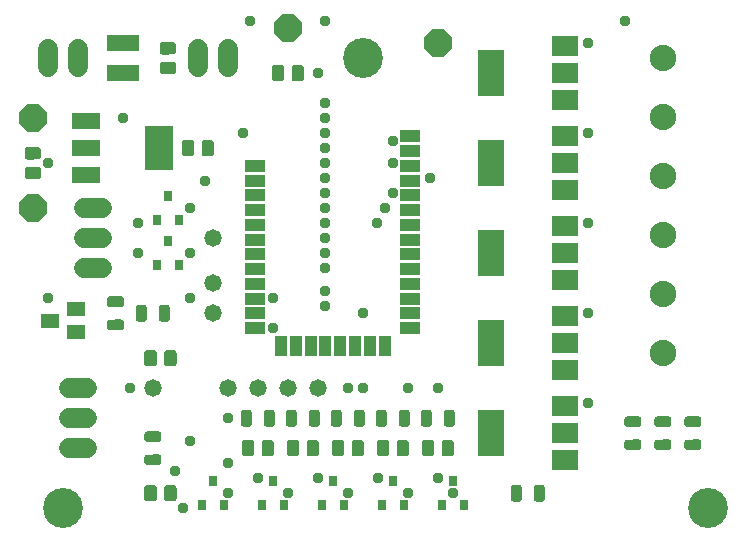
<source format=gbr>
G04 EAGLE Gerber RS-274X export*
G75*
%MOMM*%
%FSLAX34Y34*%
%LPD*%
%INSoldermask Top*%
%IPPOS*%
%AMOC8*
5,1,8,0,0,1.08239X$1,22.5*%
G01*
%ADD10C,3.378200*%
%ADD11R,1.651200X1.041200*%
%ADD12R,1.041200X1.651200*%
%ADD13P,2.556822X8X22.500000*%
%ADD14R,2.209800X1.701800*%
%ADD15R,2.209800X4.013200*%
%ADD16C,2.235200*%
%ADD17R,2.743200X1.473200*%
%ADD18C,1.711200*%
%ADD19R,1.603200X1.203200*%
%ADD20C,1.473200*%
%ADD21R,0.803200X0.903200*%
%ADD22P,2.556822X8X202.500000*%
%ADD23R,2.438400X1.422400*%
%ADD24R,2.403200X3.803200*%
%ADD25C,0.959600*%

G36*
X144491Y549232D02*
X144491Y549232D01*
X144498Y549237D01*
X144502Y549233D01*
X144884Y549324D01*
X144888Y549329D01*
X144892Y549327D01*
X145254Y549477D01*
X145257Y549482D01*
X145261Y549480D01*
X145595Y549685D01*
X145597Y549690D01*
X145601Y549690D01*
X145900Y549945D01*
X145901Y549950D01*
X145905Y549950D01*
X146160Y550249D01*
X146161Y550255D01*
X146165Y550255D01*
X146370Y550589D01*
X146369Y550595D01*
X146374Y550596D01*
X146524Y550958D01*
X146523Y550960D01*
X146524Y550960D01*
X146522Y550963D01*
X146522Y550964D01*
X146526Y550966D01*
X146617Y551348D01*
X146615Y551353D01*
X146617Y551354D01*
X146618Y551355D01*
X146649Y551746D01*
X146647Y551749D01*
X146649Y551750D01*
X146649Y557250D01*
X146647Y557252D01*
X146649Y557254D01*
X146618Y557645D01*
X146614Y557649D01*
X146617Y557652D01*
X146526Y558034D01*
X146521Y558038D01*
X146524Y558042D01*
X146374Y558404D01*
X146368Y558407D01*
X146370Y558411D01*
X146165Y558745D01*
X146160Y558747D01*
X146160Y558751D01*
X145905Y559050D01*
X145900Y559051D01*
X145900Y559055D01*
X145601Y559310D01*
X145595Y559311D01*
X145595Y559315D01*
X145261Y559520D01*
X145255Y559519D01*
X145254Y559524D01*
X144892Y559674D01*
X144886Y559672D01*
X144884Y559676D01*
X144502Y559767D01*
X144497Y559765D01*
X144495Y559768D01*
X144104Y559799D01*
X144101Y559797D01*
X144100Y559799D01*
X134909Y559768D01*
X134902Y559763D01*
X134898Y559767D01*
X134516Y559676D01*
X134512Y559671D01*
X134508Y559674D01*
X134146Y559524D01*
X134143Y559518D01*
X134139Y559520D01*
X133805Y559315D01*
X133803Y559310D01*
X133799Y559310D01*
X133500Y559055D01*
X133499Y559050D01*
X133495Y559050D01*
X133240Y558751D01*
X133239Y558745D01*
X133235Y558745D01*
X133030Y558411D01*
X133031Y558405D01*
X133027Y558404D01*
X132877Y558042D01*
X132878Y558036D01*
X132874Y558034D01*
X132783Y557652D01*
X132785Y557647D01*
X132782Y557645D01*
X132751Y557254D01*
X132753Y557251D01*
X132751Y557250D01*
X132751Y551750D01*
X132753Y551748D01*
X132751Y551746D01*
X132782Y551355D01*
X132786Y551351D01*
X132783Y551348D01*
X132874Y550966D01*
X132879Y550962D01*
X132877Y550958D01*
X133027Y550596D01*
X133032Y550593D01*
X133030Y550589D01*
X133235Y550255D01*
X133240Y550253D01*
X133240Y550249D01*
X133495Y549950D01*
X133500Y549949D01*
X133500Y549945D01*
X133799Y549690D01*
X133805Y549689D01*
X133805Y549685D01*
X134139Y549480D01*
X134145Y549481D01*
X134146Y549477D01*
X134508Y549327D01*
X134514Y549328D01*
X134516Y549324D01*
X134898Y549233D01*
X134903Y549235D01*
X134905Y549232D01*
X135296Y549201D01*
X135299Y549203D01*
X135300Y549201D01*
X144491Y549232D01*
G37*
G36*
X144491Y532432D02*
X144491Y532432D01*
X144498Y532437D01*
X144502Y532433D01*
X144884Y532524D01*
X144888Y532529D01*
X144892Y532527D01*
X145254Y532677D01*
X145257Y532682D01*
X145261Y532680D01*
X145595Y532885D01*
X145597Y532890D01*
X145601Y532890D01*
X145900Y533145D01*
X145901Y533150D01*
X145905Y533150D01*
X146160Y533449D01*
X146161Y533455D01*
X146165Y533455D01*
X146370Y533789D01*
X146369Y533795D01*
X146374Y533796D01*
X146524Y534158D01*
X146523Y534160D01*
X146524Y534160D01*
X146522Y534163D01*
X146522Y534164D01*
X146526Y534166D01*
X146617Y534548D01*
X146615Y534553D01*
X146617Y534554D01*
X146618Y534555D01*
X146649Y534946D01*
X146647Y534949D01*
X146649Y534950D01*
X146649Y540450D01*
X146647Y540452D01*
X146649Y540454D01*
X146618Y540845D01*
X146614Y540849D01*
X146617Y540852D01*
X146526Y541234D01*
X146521Y541238D01*
X146524Y541242D01*
X146374Y541604D01*
X146368Y541607D01*
X146370Y541611D01*
X146165Y541945D01*
X146160Y541947D01*
X146160Y541951D01*
X145905Y542250D01*
X145900Y542251D01*
X145900Y542255D01*
X145601Y542510D01*
X145595Y542511D01*
X145595Y542515D01*
X145261Y542720D01*
X145255Y542719D01*
X145254Y542724D01*
X144892Y542874D01*
X144886Y542872D01*
X144884Y542876D01*
X144502Y542967D01*
X144497Y542965D01*
X144495Y542968D01*
X144104Y542999D01*
X144101Y542997D01*
X144100Y542999D01*
X134909Y542968D01*
X134902Y542963D01*
X134898Y542967D01*
X134516Y542876D01*
X134512Y542871D01*
X134508Y542874D01*
X134146Y542724D01*
X134143Y542718D01*
X134139Y542720D01*
X133805Y542515D01*
X133803Y542510D01*
X133799Y542510D01*
X133500Y542255D01*
X133499Y542250D01*
X133495Y542250D01*
X133240Y541951D01*
X133239Y541945D01*
X133235Y541945D01*
X133030Y541611D01*
X133031Y541605D01*
X133027Y541604D01*
X132877Y541242D01*
X132878Y541236D01*
X132874Y541234D01*
X132783Y540852D01*
X132785Y540847D01*
X132782Y540845D01*
X132751Y540454D01*
X132753Y540451D01*
X132751Y540450D01*
X132751Y534950D01*
X132753Y534948D01*
X132751Y534946D01*
X132782Y534555D01*
X132786Y534551D01*
X132783Y534548D01*
X132874Y534166D01*
X132879Y534162D01*
X132877Y534158D01*
X133027Y533796D01*
X133032Y533793D01*
X133030Y533789D01*
X133235Y533455D01*
X133240Y533453D01*
X133240Y533449D01*
X133495Y533150D01*
X133500Y533149D01*
X133500Y533145D01*
X133799Y532890D01*
X133805Y532889D01*
X133805Y532885D01*
X134139Y532680D01*
X134145Y532681D01*
X134146Y532677D01*
X134508Y532527D01*
X134514Y532528D01*
X134516Y532524D01*
X134898Y532433D01*
X134903Y532435D01*
X134905Y532432D01*
X135296Y532401D01*
X135299Y532403D01*
X135300Y532401D01*
X144491Y532432D01*
G37*
G36*
X252452Y526453D02*
X252452Y526453D01*
X252454Y526451D01*
X252845Y526482D01*
X252849Y526486D01*
X252852Y526483D01*
X253234Y526574D01*
X253238Y526579D01*
X253242Y526577D01*
X253604Y526727D01*
X253607Y526732D01*
X253611Y526730D01*
X253945Y526935D01*
X253947Y526940D01*
X253951Y526940D01*
X254250Y527195D01*
X254251Y527200D01*
X254255Y527200D01*
X254510Y527499D01*
X254511Y527505D01*
X254515Y527505D01*
X254720Y527839D01*
X254719Y527845D01*
X254724Y527846D01*
X254874Y528208D01*
X254873Y528210D01*
X254874Y528210D01*
X254872Y528213D01*
X254872Y528214D01*
X254876Y528216D01*
X254967Y528598D01*
X254965Y528603D01*
X254967Y528604D01*
X254968Y528605D01*
X254999Y528996D01*
X254997Y528999D01*
X254999Y529000D01*
X254968Y538191D01*
X254963Y538198D01*
X254967Y538202D01*
X254876Y538584D01*
X254871Y538588D01*
X254874Y538592D01*
X254724Y538954D01*
X254718Y538957D01*
X254720Y538961D01*
X254515Y539295D01*
X254510Y539297D01*
X254510Y539301D01*
X254255Y539600D01*
X254250Y539601D01*
X254250Y539605D01*
X253951Y539860D01*
X253945Y539861D01*
X253945Y539865D01*
X253611Y540070D01*
X253605Y540069D01*
X253604Y540074D01*
X253242Y540224D01*
X253236Y540222D01*
X253234Y540226D01*
X252852Y540317D01*
X252847Y540315D01*
X252845Y540318D01*
X252454Y540349D01*
X252451Y540347D01*
X252450Y540349D01*
X246950Y540349D01*
X246948Y540347D01*
X246946Y540349D01*
X246555Y540318D01*
X246551Y540314D01*
X246548Y540317D01*
X246166Y540226D01*
X246162Y540221D01*
X246158Y540224D01*
X245796Y540074D01*
X245793Y540068D01*
X245789Y540070D01*
X245455Y539865D01*
X245453Y539860D01*
X245449Y539860D01*
X245150Y539605D01*
X245149Y539600D01*
X245145Y539600D01*
X244890Y539301D01*
X244889Y539295D01*
X244885Y539295D01*
X244680Y538961D01*
X244681Y538955D01*
X244677Y538954D01*
X244527Y538592D01*
X244528Y538586D01*
X244524Y538584D01*
X244433Y538202D01*
X244435Y538197D01*
X244432Y538195D01*
X244401Y537804D01*
X244403Y537801D01*
X244401Y537800D01*
X244432Y528609D01*
X244437Y528602D01*
X244433Y528598D01*
X244524Y528216D01*
X244529Y528212D01*
X244527Y528208D01*
X244677Y527846D01*
X244682Y527843D01*
X244680Y527839D01*
X244885Y527505D01*
X244890Y527503D01*
X244890Y527499D01*
X245145Y527200D01*
X245150Y527199D01*
X245150Y527195D01*
X245449Y526940D01*
X245455Y526939D01*
X245455Y526935D01*
X245789Y526730D01*
X245795Y526731D01*
X245796Y526727D01*
X246158Y526577D01*
X246164Y526578D01*
X246166Y526574D01*
X246548Y526483D01*
X246553Y526485D01*
X246555Y526482D01*
X246946Y526451D01*
X246949Y526453D01*
X246950Y526451D01*
X252450Y526451D01*
X252452Y526453D01*
G37*
G36*
X235652Y526453D02*
X235652Y526453D01*
X235654Y526451D01*
X236045Y526482D01*
X236049Y526486D01*
X236052Y526483D01*
X236434Y526574D01*
X236438Y526579D01*
X236442Y526577D01*
X236804Y526727D01*
X236807Y526732D01*
X236811Y526730D01*
X237145Y526935D01*
X237147Y526940D01*
X237151Y526940D01*
X237450Y527195D01*
X237451Y527200D01*
X237455Y527200D01*
X237710Y527499D01*
X237711Y527505D01*
X237715Y527505D01*
X237920Y527839D01*
X237919Y527845D01*
X237924Y527846D01*
X238074Y528208D01*
X238073Y528210D01*
X238074Y528210D01*
X238072Y528213D01*
X238072Y528214D01*
X238076Y528216D01*
X238167Y528598D01*
X238165Y528603D01*
X238167Y528604D01*
X238168Y528605D01*
X238199Y528996D01*
X238197Y528999D01*
X238199Y529000D01*
X238168Y538191D01*
X238163Y538198D01*
X238167Y538202D01*
X238076Y538584D01*
X238071Y538588D01*
X238074Y538592D01*
X237924Y538954D01*
X237918Y538957D01*
X237920Y538961D01*
X237715Y539295D01*
X237710Y539297D01*
X237710Y539301D01*
X237455Y539600D01*
X237450Y539601D01*
X237450Y539605D01*
X237151Y539860D01*
X237145Y539861D01*
X237145Y539865D01*
X236811Y540070D01*
X236805Y540069D01*
X236804Y540074D01*
X236442Y540224D01*
X236436Y540222D01*
X236434Y540226D01*
X236052Y540317D01*
X236047Y540315D01*
X236045Y540318D01*
X235654Y540349D01*
X235651Y540347D01*
X235650Y540349D01*
X230150Y540349D01*
X230148Y540347D01*
X230146Y540349D01*
X229755Y540318D01*
X229751Y540314D01*
X229748Y540317D01*
X229366Y540226D01*
X229362Y540221D01*
X229358Y540224D01*
X228996Y540074D01*
X228993Y540068D01*
X228989Y540070D01*
X228655Y539865D01*
X228653Y539860D01*
X228649Y539860D01*
X228350Y539605D01*
X228349Y539600D01*
X228345Y539600D01*
X228090Y539301D01*
X228089Y539295D01*
X228085Y539295D01*
X227880Y538961D01*
X227881Y538955D01*
X227877Y538954D01*
X227727Y538592D01*
X227728Y538586D01*
X227724Y538584D01*
X227633Y538202D01*
X227635Y538197D01*
X227632Y538195D01*
X227601Y537804D01*
X227603Y537801D01*
X227601Y537800D01*
X227632Y528609D01*
X227637Y528602D01*
X227633Y528598D01*
X227724Y528216D01*
X227729Y528212D01*
X227727Y528208D01*
X227877Y527846D01*
X227882Y527843D01*
X227880Y527839D01*
X228085Y527505D01*
X228090Y527503D01*
X228090Y527499D01*
X228345Y527200D01*
X228350Y527199D01*
X228350Y527195D01*
X228649Y526940D01*
X228655Y526939D01*
X228655Y526935D01*
X228989Y526730D01*
X228995Y526731D01*
X228996Y526727D01*
X229358Y526577D01*
X229364Y526578D01*
X229366Y526574D01*
X229748Y526483D01*
X229753Y526485D01*
X229755Y526482D01*
X230146Y526451D01*
X230149Y526453D01*
X230150Y526451D01*
X235650Y526451D01*
X235652Y526453D01*
G37*
G36*
X176252Y462953D02*
X176252Y462953D01*
X176254Y462951D01*
X176645Y462982D01*
X176649Y462986D01*
X176652Y462983D01*
X177034Y463074D01*
X177038Y463079D01*
X177042Y463077D01*
X177404Y463227D01*
X177407Y463232D01*
X177411Y463230D01*
X177745Y463435D01*
X177747Y463440D01*
X177751Y463440D01*
X178050Y463695D01*
X178051Y463700D01*
X178055Y463700D01*
X178310Y463999D01*
X178311Y464005D01*
X178315Y464005D01*
X178520Y464339D01*
X178519Y464345D01*
X178524Y464346D01*
X178674Y464708D01*
X178673Y464710D01*
X178674Y464710D01*
X178672Y464713D01*
X178672Y464714D01*
X178676Y464716D01*
X178767Y465098D01*
X178765Y465103D01*
X178767Y465104D01*
X178768Y465105D01*
X178799Y465496D01*
X178797Y465499D01*
X178799Y465500D01*
X178768Y474691D01*
X178763Y474698D01*
X178767Y474702D01*
X178676Y475084D01*
X178671Y475088D01*
X178674Y475092D01*
X178524Y475454D01*
X178518Y475457D01*
X178520Y475461D01*
X178315Y475795D01*
X178310Y475797D01*
X178310Y475801D01*
X178055Y476100D01*
X178050Y476101D01*
X178050Y476105D01*
X177751Y476360D01*
X177745Y476361D01*
X177745Y476365D01*
X177411Y476570D01*
X177405Y476569D01*
X177404Y476574D01*
X177042Y476724D01*
X177036Y476722D01*
X177034Y476726D01*
X176652Y476817D01*
X176647Y476815D01*
X176645Y476818D01*
X176254Y476849D01*
X176251Y476847D01*
X176250Y476849D01*
X170750Y476849D01*
X170748Y476847D01*
X170746Y476849D01*
X170355Y476818D01*
X170351Y476814D01*
X170348Y476817D01*
X169966Y476726D01*
X169962Y476721D01*
X169958Y476724D01*
X169596Y476574D01*
X169593Y476568D01*
X169589Y476570D01*
X169255Y476365D01*
X169253Y476360D01*
X169249Y476360D01*
X168950Y476105D01*
X168949Y476100D01*
X168945Y476100D01*
X168690Y475801D01*
X168689Y475795D01*
X168685Y475795D01*
X168480Y475461D01*
X168481Y475455D01*
X168477Y475454D01*
X168327Y475092D01*
X168328Y475086D01*
X168324Y475084D01*
X168233Y474702D01*
X168235Y474697D01*
X168232Y474695D01*
X168201Y474304D01*
X168203Y474301D01*
X168201Y474300D01*
X168232Y465109D01*
X168237Y465102D01*
X168233Y465098D01*
X168324Y464716D01*
X168329Y464712D01*
X168327Y464708D01*
X168477Y464346D01*
X168482Y464343D01*
X168480Y464339D01*
X168685Y464005D01*
X168690Y464003D01*
X168690Y463999D01*
X168945Y463700D01*
X168950Y463699D01*
X168950Y463695D01*
X169249Y463440D01*
X169255Y463439D01*
X169255Y463435D01*
X169589Y463230D01*
X169595Y463231D01*
X169596Y463227D01*
X169958Y463077D01*
X169964Y463078D01*
X169966Y463074D01*
X170348Y462983D01*
X170353Y462985D01*
X170355Y462982D01*
X170746Y462951D01*
X170749Y462953D01*
X170750Y462951D01*
X176250Y462951D01*
X176252Y462953D01*
G37*
G36*
X159452Y462953D02*
X159452Y462953D01*
X159454Y462951D01*
X159845Y462982D01*
X159849Y462986D01*
X159852Y462983D01*
X160234Y463074D01*
X160238Y463079D01*
X160242Y463077D01*
X160604Y463227D01*
X160607Y463232D01*
X160611Y463230D01*
X160945Y463435D01*
X160947Y463440D01*
X160951Y463440D01*
X161250Y463695D01*
X161251Y463700D01*
X161255Y463700D01*
X161510Y463999D01*
X161511Y464005D01*
X161515Y464005D01*
X161720Y464339D01*
X161719Y464345D01*
X161724Y464346D01*
X161874Y464708D01*
X161873Y464710D01*
X161874Y464710D01*
X161872Y464713D01*
X161872Y464714D01*
X161876Y464716D01*
X161967Y465098D01*
X161965Y465103D01*
X161967Y465104D01*
X161968Y465105D01*
X161999Y465496D01*
X161997Y465499D01*
X161999Y465500D01*
X161968Y474691D01*
X161963Y474698D01*
X161967Y474702D01*
X161876Y475084D01*
X161871Y475088D01*
X161874Y475092D01*
X161724Y475454D01*
X161718Y475457D01*
X161720Y475461D01*
X161515Y475795D01*
X161510Y475797D01*
X161510Y475801D01*
X161255Y476100D01*
X161250Y476101D01*
X161250Y476105D01*
X160951Y476360D01*
X160945Y476361D01*
X160945Y476365D01*
X160611Y476570D01*
X160605Y476569D01*
X160604Y476574D01*
X160242Y476724D01*
X160236Y476722D01*
X160234Y476726D01*
X159852Y476817D01*
X159847Y476815D01*
X159845Y476818D01*
X159454Y476849D01*
X159451Y476847D01*
X159450Y476849D01*
X153950Y476849D01*
X153948Y476847D01*
X153946Y476849D01*
X153555Y476818D01*
X153551Y476814D01*
X153548Y476817D01*
X153166Y476726D01*
X153162Y476721D01*
X153158Y476724D01*
X152796Y476574D01*
X152793Y476568D01*
X152789Y476570D01*
X152455Y476365D01*
X152453Y476360D01*
X152449Y476360D01*
X152150Y476105D01*
X152149Y476100D01*
X152145Y476100D01*
X151890Y475801D01*
X151889Y475795D01*
X151885Y475795D01*
X151680Y475461D01*
X151681Y475455D01*
X151677Y475454D01*
X151527Y475092D01*
X151528Y475086D01*
X151524Y475084D01*
X151433Y474702D01*
X151435Y474697D01*
X151432Y474695D01*
X151401Y474304D01*
X151403Y474301D01*
X151401Y474300D01*
X151432Y465109D01*
X151437Y465102D01*
X151433Y465098D01*
X151524Y464716D01*
X151529Y464712D01*
X151527Y464708D01*
X151677Y464346D01*
X151682Y464343D01*
X151680Y464339D01*
X151885Y464005D01*
X151890Y464003D01*
X151890Y463999D01*
X152145Y463700D01*
X152150Y463699D01*
X152150Y463695D01*
X152449Y463440D01*
X152455Y463439D01*
X152455Y463435D01*
X152789Y463230D01*
X152795Y463231D01*
X152796Y463227D01*
X153158Y463077D01*
X153164Y463078D01*
X153166Y463074D01*
X153548Y462983D01*
X153553Y462985D01*
X153555Y462982D01*
X153946Y462951D01*
X153949Y462953D01*
X153950Y462951D01*
X159450Y462951D01*
X159452Y462953D01*
G37*
G36*
X30191Y460332D02*
X30191Y460332D01*
X30198Y460337D01*
X30202Y460333D01*
X30584Y460424D01*
X30588Y460429D01*
X30592Y460427D01*
X30954Y460577D01*
X30957Y460582D01*
X30961Y460580D01*
X31295Y460785D01*
X31297Y460790D01*
X31301Y460790D01*
X31600Y461045D01*
X31601Y461050D01*
X31605Y461050D01*
X31860Y461349D01*
X31861Y461355D01*
X31865Y461355D01*
X32070Y461689D01*
X32069Y461695D01*
X32074Y461696D01*
X32224Y462058D01*
X32223Y462060D01*
X32224Y462060D01*
X32222Y462063D01*
X32222Y462064D01*
X32226Y462066D01*
X32317Y462448D01*
X32315Y462453D01*
X32317Y462454D01*
X32318Y462455D01*
X32349Y462846D01*
X32347Y462849D01*
X32349Y462850D01*
X32349Y468350D01*
X32347Y468352D01*
X32349Y468354D01*
X32318Y468745D01*
X32314Y468749D01*
X32317Y468752D01*
X32226Y469134D01*
X32221Y469138D01*
X32224Y469142D01*
X32074Y469504D01*
X32068Y469507D01*
X32070Y469511D01*
X31865Y469845D01*
X31860Y469847D01*
X31860Y469851D01*
X31605Y470150D01*
X31600Y470151D01*
X31600Y470155D01*
X31301Y470410D01*
X31295Y470411D01*
X31295Y470415D01*
X30961Y470620D01*
X30955Y470619D01*
X30954Y470624D01*
X30592Y470774D01*
X30586Y470772D01*
X30584Y470776D01*
X30202Y470867D01*
X30197Y470865D01*
X30195Y470868D01*
X29804Y470899D01*
X29801Y470897D01*
X29800Y470899D01*
X20609Y470868D01*
X20602Y470863D01*
X20598Y470867D01*
X20216Y470776D01*
X20212Y470771D01*
X20208Y470774D01*
X19846Y470624D01*
X19843Y470618D01*
X19839Y470620D01*
X19505Y470415D01*
X19503Y470410D01*
X19499Y470410D01*
X19200Y470155D01*
X19199Y470150D01*
X19195Y470150D01*
X18940Y469851D01*
X18939Y469845D01*
X18935Y469845D01*
X18730Y469511D01*
X18731Y469505D01*
X18727Y469504D01*
X18577Y469142D01*
X18578Y469136D01*
X18574Y469134D01*
X18483Y468752D01*
X18485Y468747D01*
X18482Y468745D01*
X18451Y468354D01*
X18453Y468351D01*
X18451Y468350D01*
X18451Y462850D01*
X18453Y462848D01*
X18451Y462846D01*
X18482Y462455D01*
X18486Y462451D01*
X18483Y462448D01*
X18574Y462066D01*
X18579Y462062D01*
X18577Y462058D01*
X18727Y461696D01*
X18732Y461693D01*
X18730Y461689D01*
X18935Y461355D01*
X18940Y461353D01*
X18940Y461349D01*
X19195Y461050D01*
X19200Y461049D01*
X19200Y461045D01*
X19499Y460790D01*
X19505Y460789D01*
X19505Y460785D01*
X19839Y460580D01*
X19845Y460581D01*
X19846Y460577D01*
X20208Y460427D01*
X20214Y460428D01*
X20216Y460424D01*
X20598Y460333D01*
X20603Y460335D01*
X20605Y460332D01*
X20996Y460301D01*
X20999Y460303D01*
X21000Y460301D01*
X30191Y460332D01*
G37*
G36*
X30191Y443532D02*
X30191Y443532D01*
X30198Y443537D01*
X30202Y443533D01*
X30584Y443624D01*
X30588Y443629D01*
X30592Y443627D01*
X30954Y443777D01*
X30957Y443782D01*
X30961Y443780D01*
X31295Y443985D01*
X31297Y443990D01*
X31301Y443990D01*
X31600Y444245D01*
X31601Y444250D01*
X31605Y444250D01*
X31860Y444549D01*
X31861Y444555D01*
X31865Y444555D01*
X32070Y444889D01*
X32069Y444895D01*
X32074Y444896D01*
X32224Y445258D01*
X32223Y445260D01*
X32224Y445260D01*
X32222Y445263D01*
X32222Y445264D01*
X32226Y445266D01*
X32317Y445648D01*
X32315Y445653D01*
X32317Y445654D01*
X32318Y445655D01*
X32349Y446046D01*
X32347Y446049D01*
X32349Y446050D01*
X32349Y451550D01*
X32347Y451552D01*
X32349Y451554D01*
X32318Y451945D01*
X32314Y451949D01*
X32317Y451952D01*
X32226Y452334D01*
X32221Y452338D01*
X32224Y452342D01*
X32074Y452704D01*
X32068Y452707D01*
X32070Y452711D01*
X31865Y453045D01*
X31860Y453047D01*
X31860Y453051D01*
X31605Y453350D01*
X31600Y453351D01*
X31600Y453355D01*
X31301Y453610D01*
X31295Y453611D01*
X31295Y453615D01*
X30961Y453820D01*
X30955Y453819D01*
X30954Y453824D01*
X30592Y453974D01*
X30586Y453972D01*
X30584Y453976D01*
X30202Y454067D01*
X30197Y454065D01*
X30195Y454068D01*
X29804Y454099D01*
X29801Y454097D01*
X29800Y454099D01*
X20609Y454068D01*
X20602Y454063D01*
X20598Y454067D01*
X20216Y453976D01*
X20212Y453971D01*
X20208Y453974D01*
X19846Y453824D01*
X19843Y453818D01*
X19839Y453820D01*
X19505Y453615D01*
X19503Y453610D01*
X19499Y453610D01*
X19200Y453355D01*
X19199Y453350D01*
X19195Y453350D01*
X18940Y453051D01*
X18939Y453045D01*
X18935Y453045D01*
X18730Y452711D01*
X18731Y452705D01*
X18727Y452704D01*
X18577Y452342D01*
X18578Y452336D01*
X18574Y452334D01*
X18483Y451952D01*
X18485Y451947D01*
X18482Y451945D01*
X18451Y451554D01*
X18453Y451551D01*
X18451Y451550D01*
X18451Y446050D01*
X18453Y446048D01*
X18451Y446046D01*
X18482Y445655D01*
X18486Y445651D01*
X18483Y445648D01*
X18574Y445266D01*
X18579Y445262D01*
X18577Y445258D01*
X18727Y444896D01*
X18732Y444893D01*
X18730Y444889D01*
X18935Y444555D01*
X18940Y444553D01*
X18940Y444549D01*
X19195Y444250D01*
X19200Y444249D01*
X19200Y444245D01*
X19499Y443990D01*
X19505Y443989D01*
X19505Y443985D01*
X19839Y443780D01*
X19845Y443781D01*
X19846Y443777D01*
X20208Y443627D01*
X20214Y443628D01*
X20216Y443624D01*
X20598Y443533D01*
X20603Y443535D01*
X20605Y443532D01*
X20996Y443501D01*
X20999Y443503D01*
X21000Y443501D01*
X30191Y443532D01*
G37*
G36*
X144502Y170853D02*
X144502Y170853D01*
X144504Y170851D01*
X144895Y170882D01*
X144899Y170886D01*
X144902Y170883D01*
X145284Y170974D01*
X145288Y170979D01*
X145292Y170977D01*
X145654Y171127D01*
X145657Y171132D01*
X145661Y171130D01*
X145995Y171335D01*
X145997Y171340D01*
X146001Y171340D01*
X146300Y171595D01*
X146301Y171600D01*
X146305Y171600D01*
X146560Y171899D01*
X146561Y171905D01*
X146565Y171905D01*
X146770Y172239D01*
X146769Y172245D01*
X146774Y172246D01*
X146924Y172608D01*
X146923Y172610D01*
X146924Y172610D01*
X146922Y172613D01*
X146922Y172614D01*
X146926Y172616D01*
X147017Y172998D01*
X147015Y173003D01*
X147017Y173004D01*
X147018Y173005D01*
X147049Y173396D01*
X147047Y173399D01*
X147049Y173400D01*
X147018Y182591D01*
X147013Y182598D01*
X147017Y182602D01*
X146926Y182984D01*
X146921Y182988D01*
X146924Y182992D01*
X146774Y183354D01*
X146768Y183357D01*
X146770Y183361D01*
X146565Y183695D01*
X146560Y183697D01*
X146560Y183701D01*
X146305Y184000D01*
X146300Y184001D01*
X146300Y184005D01*
X146001Y184260D01*
X145995Y184261D01*
X145995Y184265D01*
X145661Y184470D01*
X145655Y184469D01*
X145654Y184474D01*
X145292Y184624D01*
X145286Y184622D01*
X145284Y184626D01*
X144902Y184717D01*
X144897Y184715D01*
X144895Y184718D01*
X144504Y184749D01*
X144501Y184747D01*
X144500Y184749D01*
X139000Y184749D01*
X138998Y184747D01*
X138996Y184749D01*
X138605Y184718D01*
X138601Y184714D01*
X138598Y184717D01*
X138216Y184626D01*
X138212Y184621D01*
X138208Y184624D01*
X137846Y184474D01*
X137843Y184468D01*
X137839Y184470D01*
X137505Y184265D01*
X137503Y184260D01*
X137499Y184260D01*
X137200Y184005D01*
X137199Y184000D01*
X137195Y184000D01*
X136940Y183701D01*
X136939Y183695D01*
X136935Y183695D01*
X136730Y183361D01*
X136731Y183355D01*
X136727Y183354D01*
X136577Y182992D01*
X136578Y182986D01*
X136574Y182984D01*
X136483Y182602D01*
X136485Y182597D01*
X136482Y182595D01*
X136451Y182204D01*
X136453Y182201D01*
X136451Y182200D01*
X136482Y173009D01*
X136487Y173002D01*
X136483Y172998D01*
X136574Y172616D01*
X136579Y172612D01*
X136577Y172608D01*
X136727Y172246D01*
X136732Y172243D01*
X136730Y172239D01*
X136935Y171905D01*
X136940Y171903D01*
X136940Y171899D01*
X137195Y171600D01*
X137200Y171599D01*
X137200Y171595D01*
X137499Y171340D01*
X137505Y171339D01*
X137505Y171335D01*
X137839Y171130D01*
X137845Y171131D01*
X137846Y171127D01*
X138208Y170977D01*
X138214Y170978D01*
X138216Y170974D01*
X138598Y170883D01*
X138603Y170885D01*
X138605Y170882D01*
X138996Y170851D01*
X138999Y170853D01*
X139000Y170851D01*
X144500Y170851D01*
X144502Y170853D01*
G37*
G36*
X362652Y208953D02*
X362652Y208953D01*
X362654Y208951D01*
X363045Y208982D01*
X363049Y208986D01*
X363052Y208983D01*
X363434Y209074D01*
X363438Y209079D01*
X363442Y209077D01*
X363804Y209227D01*
X363807Y209232D01*
X363811Y209230D01*
X364145Y209435D01*
X364147Y209440D01*
X364151Y209440D01*
X364450Y209695D01*
X364451Y209700D01*
X364455Y209700D01*
X364710Y209999D01*
X364711Y210005D01*
X364715Y210005D01*
X364920Y210339D01*
X364919Y210345D01*
X364924Y210346D01*
X365074Y210708D01*
X365073Y210710D01*
X365074Y210710D01*
X365072Y210713D01*
X365072Y210714D01*
X365076Y210716D01*
X365167Y211098D01*
X365165Y211103D01*
X365167Y211104D01*
X365168Y211105D01*
X365199Y211496D01*
X365197Y211499D01*
X365199Y211500D01*
X365168Y220691D01*
X365163Y220698D01*
X365167Y220702D01*
X365076Y221084D01*
X365071Y221088D01*
X365074Y221092D01*
X364924Y221454D01*
X364918Y221457D01*
X364920Y221461D01*
X364715Y221795D01*
X364710Y221797D01*
X364710Y221801D01*
X364455Y222100D01*
X364450Y222101D01*
X364450Y222105D01*
X364151Y222360D01*
X364145Y222361D01*
X364145Y222365D01*
X363811Y222570D01*
X363805Y222569D01*
X363804Y222574D01*
X363442Y222724D01*
X363436Y222722D01*
X363434Y222726D01*
X363052Y222817D01*
X363047Y222815D01*
X363045Y222818D01*
X362654Y222849D01*
X362651Y222847D01*
X362650Y222849D01*
X357150Y222849D01*
X357148Y222847D01*
X357146Y222849D01*
X356755Y222818D01*
X356751Y222814D01*
X356748Y222817D01*
X356366Y222726D01*
X356362Y222721D01*
X356358Y222724D01*
X355996Y222574D01*
X355993Y222568D01*
X355989Y222570D01*
X355655Y222365D01*
X355653Y222360D01*
X355649Y222360D01*
X355350Y222105D01*
X355349Y222100D01*
X355345Y222100D01*
X355090Y221801D01*
X355089Y221795D01*
X355085Y221795D01*
X354880Y221461D01*
X354881Y221455D01*
X354877Y221454D01*
X354727Y221092D01*
X354728Y221086D01*
X354724Y221084D01*
X354633Y220702D01*
X354635Y220697D01*
X354632Y220695D01*
X354601Y220304D01*
X354603Y220301D01*
X354601Y220300D01*
X354632Y211109D01*
X354637Y211102D01*
X354633Y211098D01*
X354724Y210716D01*
X354729Y210712D01*
X354727Y210708D01*
X354877Y210346D01*
X354882Y210343D01*
X354880Y210339D01*
X355085Y210005D01*
X355090Y210003D01*
X355090Y209999D01*
X355345Y209700D01*
X355350Y209699D01*
X355350Y209695D01*
X355649Y209440D01*
X355655Y209439D01*
X355655Y209435D01*
X355989Y209230D01*
X355995Y209231D01*
X355996Y209227D01*
X356358Y209077D01*
X356364Y209078D01*
X356366Y209074D01*
X356748Y208983D01*
X356753Y208985D01*
X356755Y208982D01*
X357146Y208951D01*
X357149Y208953D01*
X357150Y208951D01*
X362650Y208951D01*
X362652Y208953D01*
G37*
G36*
X265152Y208953D02*
X265152Y208953D01*
X265154Y208951D01*
X265545Y208982D01*
X265549Y208986D01*
X265552Y208983D01*
X265934Y209074D01*
X265938Y209079D01*
X265942Y209077D01*
X266304Y209227D01*
X266307Y209232D01*
X266311Y209230D01*
X266645Y209435D01*
X266647Y209440D01*
X266651Y209440D01*
X266950Y209695D01*
X266951Y209700D01*
X266955Y209700D01*
X267210Y209999D01*
X267211Y210005D01*
X267215Y210005D01*
X267420Y210339D01*
X267419Y210345D01*
X267424Y210346D01*
X267574Y210708D01*
X267573Y210710D01*
X267574Y210710D01*
X267572Y210713D01*
X267572Y210714D01*
X267576Y210716D01*
X267667Y211098D01*
X267665Y211103D01*
X267667Y211104D01*
X267668Y211105D01*
X267699Y211496D01*
X267697Y211499D01*
X267699Y211500D01*
X267668Y220691D01*
X267663Y220698D01*
X267667Y220702D01*
X267576Y221084D01*
X267571Y221088D01*
X267574Y221092D01*
X267424Y221454D01*
X267418Y221457D01*
X267420Y221461D01*
X267215Y221795D01*
X267210Y221797D01*
X267210Y221801D01*
X266955Y222100D01*
X266950Y222101D01*
X266950Y222105D01*
X266651Y222360D01*
X266645Y222361D01*
X266645Y222365D01*
X266311Y222570D01*
X266305Y222569D01*
X266304Y222574D01*
X265942Y222724D01*
X265936Y222722D01*
X265934Y222726D01*
X265552Y222817D01*
X265547Y222815D01*
X265545Y222818D01*
X265154Y222849D01*
X265151Y222847D01*
X265150Y222849D01*
X259650Y222849D01*
X259648Y222847D01*
X259646Y222849D01*
X259255Y222818D01*
X259251Y222814D01*
X259248Y222817D01*
X258866Y222726D01*
X258862Y222721D01*
X258858Y222724D01*
X258496Y222574D01*
X258493Y222568D01*
X258489Y222570D01*
X258155Y222365D01*
X258153Y222360D01*
X258149Y222360D01*
X257850Y222105D01*
X257849Y222100D01*
X257845Y222100D01*
X257590Y221801D01*
X257589Y221795D01*
X257585Y221795D01*
X257380Y221461D01*
X257381Y221455D01*
X257377Y221454D01*
X257227Y221092D01*
X257228Y221086D01*
X257224Y221084D01*
X257133Y220702D01*
X257135Y220697D01*
X257132Y220695D01*
X257101Y220304D01*
X257103Y220301D01*
X257101Y220300D01*
X257132Y211109D01*
X257137Y211102D01*
X257133Y211098D01*
X257224Y210716D01*
X257229Y210712D01*
X257227Y210708D01*
X257377Y210346D01*
X257382Y210343D01*
X257380Y210339D01*
X257585Y210005D01*
X257590Y210003D01*
X257590Y209999D01*
X257845Y209700D01*
X257850Y209699D01*
X257850Y209695D01*
X258149Y209440D01*
X258155Y209439D01*
X258155Y209435D01*
X258489Y209230D01*
X258495Y209231D01*
X258496Y209227D01*
X258858Y209077D01*
X258864Y209078D01*
X258866Y209074D01*
X259248Y208983D01*
X259253Y208985D01*
X259255Y208982D01*
X259646Y208951D01*
X259649Y208953D01*
X259650Y208951D01*
X265150Y208951D01*
X265152Y208953D01*
G37*
G36*
X379452Y208953D02*
X379452Y208953D01*
X379454Y208951D01*
X379845Y208982D01*
X379849Y208986D01*
X379852Y208983D01*
X380234Y209074D01*
X380238Y209079D01*
X380242Y209077D01*
X380604Y209227D01*
X380607Y209232D01*
X380611Y209230D01*
X380945Y209435D01*
X380947Y209440D01*
X380951Y209440D01*
X381250Y209695D01*
X381251Y209700D01*
X381255Y209700D01*
X381510Y209999D01*
X381511Y210005D01*
X381515Y210005D01*
X381720Y210339D01*
X381719Y210345D01*
X381724Y210346D01*
X381874Y210708D01*
X381873Y210710D01*
X381874Y210710D01*
X381872Y210713D01*
X381872Y210714D01*
X381876Y210716D01*
X381967Y211098D01*
X381965Y211103D01*
X381967Y211104D01*
X381968Y211105D01*
X381999Y211496D01*
X381997Y211499D01*
X381999Y211500D01*
X381968Y220691D01*
X381963Y220698D01*
X381967Y220702D01*
X381876Y221084D01*
X381871Y221088D01*
X381874Y221092D01*
X381724Y221454D01*
X381718Y221457D01*
X381720Y221461D01*
X381515Y221795D01*
X381510Y221797D01*
X381510Y221801D01*
X381255Y222100D01*
X381250Y222101D01*
X381250Y222105D01*
X380951Y222360D01*
X380945Y222361D01*
X380945Y222365D01*
X380611Y222570D01*
X380605Y222569D01*
X380604Y222574D01*
X380242Y222724D01*
X380236Y222722D01*
X380234Y222726D01*
X379852Y222817D01*
X379847Y222815D01*
X379845Y222818D01*
X379454Y222849D01*
X379451Y222847D01*
X379450Y222849D01*
X373950Y222849D01*
X373948Y222847D01*
X373946Y222849D01*
X373555Y222818D01*
X373551Y222814D01*
X373548Y222817D01*
X373166Y222726D01*
X373162Y222721D01*
X373158Y222724D01*
X372796Y222574D01*
X372793Y222568D01*
X372789Y222570D01*
X372455Y222365D01*
X372453Y222360D01*
X372449Y222360D01*
X372150Y222105D01*
X372149Y222100D01*
X372145Y222100D01*
X371890Y221801D01*
X371889Y221795D01*
X371885Y221795D01*
X371680Y221461D01*
X371681Y221455D01*
X371677Y221454D01*
X371527Y221092D01*
X371528Y221086D01*
X371524Y221084D01*
X371433Y220702D01*
X371435Y220697D01*
X371432Y220695D01*
X371401Y220304D01*
X371403Y220301D01*
X371401Y220300D01*
X371432Y211109D01*
X371437Y211102D01*
X371433Y211098D01*
X371524Y210716D01*
X371529Y210712D01*
X371527Y210708D01*
X371677Y210346D01*
X371682Y210343D01*
X371680Y210339D01*
X371885Y210005D01*
X371890Y210003D01*
X371890Y209999D01*
X372145Y209700D01*
X372150Y209699D01*
X372150Y209695D01*
X372449Y209440D01*
X372455Y209439D01*
X372455Y209435D01*
X372789Y209230D01*
X372795Y209231D01*
X372796Y209227D01*
X373158Y209077D01*
X373164Y209078D01*
X373166Y209074D01*
X373548Y208983D01*
X373553Y208985D01*
X373555Y208982D01*
X373946Y208951D01*
X373949Y208953D01*
X373950Y208951D01*
X379450Y208951D01*
X379452Y208953D01*
G37*
G36*
X127702Y285153D02*
X127702Y285153D01*
X127704Y285151D01*
X128095Y285182D01*
X128099Y285186D01*
X128102Y285183D01*
X128484Y285274D01*
X128488Y285279D01*
X128492Y285277D01*
X128854Y285427D01*
X128857Y285432D01*
X128861Y285430D01*
X129195Y285635D01*
X129197Y285640D01*
X129201Y285640D01*
X129500Y285895D01*
X129501Y285900D01*
X129505Y285900D01*
X129760Y286199D01*
X129761Y286205D01*
X129765Y286205D01*
X129970Y286539D01*
X129969Y286545D01*
X129974Y286546D01*
X130124Y286908D01*
X130123Y286910D01*
X130124Y286910D01*
X130122Y286913D01*
X130122Y286914D01*
X130126Y286916D01*
X130217Y287298D01*
X130215Y287303D01*
X130217Y287304D01*
X130218Y287305D01*
X130249Y287696D01*
X130247Y287699D01*
X130249Y287700D01*
X130218Y296891D01*
X130213Y296898D01*
X130217Y296902D01*
X130126Y297284D01*
X130121Y297288D01*
X130124Y297292D01*
X129974Y297654D01*
X129968Y297657D01*
X129970Y297661D01*
X129765Y297995D01*
X129760Y297997D01*
X129760Y298001D01*
X129505Y298300D01*
X129500Y298301D01*
X129500Y298305D01*
X129201Y298560D01*
X129195Y298561D01*
X129195Y298565D01*
X128861Y298770D01*
X128855Y298769D01*
X128854Y298774D01*
X128492Y298924D01*
X128486Y298922D01*
X128484Y298926D01*
X128102Y299017D01*
X128097Y299015D01*
X128095Y299018D01*
X127704Y299049D01*
X127701Y299047D01*
X127700Y299049D01*
X122200Y299049D01*
X122198Y299047D01*
X122196Y299049D01*
X121805Y299018D01*
X121801Y299014D01*
X121798Y299017D01*
X121416Y298926D01*
X121412Y298921D01*
X121408Y298924D01*
X121046Y298774D01*
X121043Y298768D01*
X121039Y298770D01*
X120705Y298565D01*
X120703Y298560D01*
X120699Y298560D01*
X120400Y298305D01*
X120399Y298300D01*
X120395Y298300D01*
X120140Y298001D01*
X120139Y297995D01*
X120135Y297995D01*
X119930Y297661D01*
X119931Y297655D01*
X119927Y297654D01*
X119777Y297292D01*
X119778Y297286D01*
X119774Y297284D01*
X119683Y296902D01*
X119685Y296897D01*
X119682Y296895D01*
X119651Y296504D01*
X119653Y296501D01*
X119651Y296500D01*
X119682Y287309D01*
X119687Y287302D01*
X119683Y287298D01*
X119774Y286916D01*
X119779Y286912D01*
X119777Y286908D01*
X119927Y286546D01*
X119932Y286543D01*
X119930Y286539D01*
X120135Y286205D01*
X120140Y286203D01*
X120140Y286199D01*
X120395Y285900D01*
X120400Y285899D01*
X120400Y285895D01*
X120699Y285640D01*
X120705Y285639D01*
X120705Y285635D01*
X121039Y285430D01*
X121045Y285431D01*
X121046Y285427D01*
X121408Y285277D01*
X121414Y285278D01*
X121416Y285274D01*
X121798Y285183D01*
X121803Y285185D01*
X121805Y285182D01*
X122196Y285151D01*
X122199Y285153D01*
X122200Y285151D01*
X127700Y285151D01*
X127702Y285153D01*
G37*
G36*
X144502Y285153D02*
X144502Y285153D01*
X144504Y285151D01*
X144895Y285182D01*
X144899Y285186D01*
X144902Y285183D01*
X145284Y285274D01*
X145288Y285279D01*
X145292Y285277D01*
X145654Y285427D01*
X145657Y285432D01*
X145661Y285430D01*
X145995Y285635D01*
X145997Y285640D01*
X146001Y285640D01*
X146300Y285895D01*
X146301Y285900D01*
X146305Y285900D01*
X146560Y286199D01*
X146561Y286205D01*
X146565Y286205D01*
X146770Y286539D01*
X146769Y286545D01*
X146774Y286546D01*
X146924Y286908D01*
X146923Y286910D01*
X146924Y286910D01*
X146922Y286913D01*
X146922Y286914D01*
X146926Y286916D01*
X147017Y287298D01*
X147015Y287303D01*
X147017Y287304D01*
X147018Y287305D01*
X147049Y287696D01*
X147047Y287699D01*
X147049Y287700D01*
X147018Y296891D01*
X147013Y296898D01*
X147017Y296902D01*
X146926Y297284D01*
X146921Y297288D01*
X146924Y297292D01*
X146774Y297654D01*
X146768Y297657D01*
X146770Y297661D01*
X146565Y297995D01*
X146560Y297997D01*
X146560Y298001D01*
X146305Y298300D01*
X146300Y298301D01*
X146300Y298305D01*
X146001Y298560D01*
X145995Y298561D01*
X145995Y298565D01*
X145661Y298770D01*
X145655Y298769D01*
X145654Y298774D01*
X145292Y298924D01*
X145286Y298922D01*
X145284Y298926D01*
X144902Y299017D01*
X144897Y299015D01*
X144895Y299018D01*
X144504Y299049D01*
X144501Y299047D01*
X144500Y299049D01*
X139000Y299049D01*
X138998Y299047D01*
X138996Y299049D01*
X138605Y299018D01*
X138601Y299014D01*
X138598Y299017D01*
X138216Y298926D01*
X138212Y298921D01*
X138208Y298924D01*
X137846Y298774D01*
X137843Y298768D01*
X137839Y298770D01*
X137505Y298565D01*
X137503Y298560D01*
X137499Y298560D01*
X137200Y298305D01*
X137199Y298300D01*
X137195Y298300D01*
X136940Y298001D01*
X136939Y297995D01*
X136935Y297995D01*
X136730Y297661D01*
X136731Y297655D01*
X136727Y297654D01*
X136577Y297292D01*
X136578Y297286D01*
X136574Y297284D01*
X136483Y296902D01*
X136485Y296897D01*
X136482Y296895D01*
X136451Y296504D01*
X136453Y296501D01*
X136451Y296500D01*
X136482Y287309D01*
X136487Y287302D01*
X136483Y287298D01*
X136574Y286916D01*
X136579Y286912D01*
X136577Y286908D01*
X136727Y286546D01*
X136732Y286543D01*
X136730Y286539D01*
X136935Y286205D01*
X136940Y286203D01*
X136940Y286199D01*
X137195Y285900D01*
X137200Y285899D01*
X137200Y285895D01*
X137499Y285640D01*
X137505Y285639D01*
X137505Y285635D01*
X137839Y285430D01*
X137845Y285431D01*
X137846Y285427D01*
X138208Y285277D01*
X138214Y285278D01*
X138216Y285274D01*
X138598Y285183D01*
X138603Y285185D01*
X138605Y285182D01*
X138996Y285151D01*
X138999Y285153D01*
X139000Y285151D01*
X144500Y285151D01*
X144502Y285153D01*
G37*
G36*
X248352Y208953D02*
X248352Y208953D01*
X248354Y208951D01*
X248745Y208982D01*
X248749Y208986D01*
X248752Y208983D01*
X249134Y209074D01*
X249138Y209079D01*
X249142Y209077D01*
X249504Y209227D01*
X249507Y209232D01*
X249511Y209230D01*
X249845Y209435D01*
X249847Y209440D01*
X249851Y209440D01*
X250150Y209695D01*
X250151Y209700D01*
X250155Y209700D01*
X250410Y209999D01*
X250411Y210005D01*
X250415Y210005D01*
X250620Y210339D01*
X250619Y210345D01*
X250624Y210346D01*
X250774Y210708D01*
X250773Y210710D01*
X250774Y210710D01*
X250772Y210713D01*
X250772Y210714D01*
X250776Y210716D01*
X250867Y211098D01*
X250865Y211103D01*
X250867Y211104D01*
X250868Y211105D01*
X250899Y211496D01*
X250897Y211499D01*
X250899Y211500D01*
X250868Y220691D01*
X250863Y220698D01*
X250867Y220702D01*
X250776Y221084D01*
X250771Y221088D01*
X250774Y221092D01*
X250624Y221454D01*
X250618Y221457D01*
X250620Y221461D01*
X250415Y221795D01*
X250410Y221797D01*
X250410Y221801D01*
X250155Y222100D01*
X250150Y222101D01*
X250150Y222105D01*
X249851Y222360D01*
X249845Y222361D01*
X249845Y222365D01*
X249511Y222570D01*
X249505Y222569D01*
X249504Y222574D01*
X249142Y222724D01*
X249136Y222722D01*
X249134Y222726D01*
X248752Y222817D01*
X248747Y222815D01*
X248745Y222818D01*
X248354Y222849D01*
X248351Y222847D01*
X248350Y222849D01*
X242850Y222849D01*
X242848Y222847D01*
X242846Y222849D01*
X242455Y222818D01*
X242451Y222814D01*
X242448Y222817D01*
X242066Y222726D01*
X242062Y222721D01*
X242058Y222724D01*
X241696Y222574D01*
X241693Y222568D01*
X241689Y222570D01*
X241355Y222365D01*
X241353Y222360D01*
X241349Y222360D01*
X241050Y222105D01*
X241049Y222100D01*
X241045Y222100D01*
X240790Y221801D01*
X240789Y221795D01*
X240785Y221795D01*
X240580Y221461D01*
X240581Y221455D01*
X240577Y221454D01*
X240427Y221092D01*
X240428Y221086D01*
X240424Y221084D01*
X240333Y220702D01*
X240335Y220697D01*
X240332Y220695D01*
X240301Y220304D01*
X240303Y220301D01*
X240301Y220300D01*
X240332Y211109D01*
X240337Y211102D01*
X240333Y211098D01*
X240424Y210716D01*
X240429Y210712D01*
X240427Y210708D01*
X240577Y210346D01*
X240582Y210343D01*
X240580Y210339D01*
X240785Y210005D01*
X240790Y210003D01*
X240790Y209999D01*
X241045Y209700D01*
X241050Y209699D01*
X241050Y209695D01*
X241349Y209440D01*
X241355Y209439D01*
X241355Y209435D01*
X241689Y209230D01*
X241695Y209231D01*
X241696Y209227D01*
X242058Y209077D01*
X242064Y209078D01*
X242066Y209074D01*
X242448Y208983D01*
X242453Y208985D01*
X242455Y208982D01*
X242846Y208951D01*
X242849Y208953D01*
X242850Y208951D01*
X248350Y208951D01*
X248352Y208953D01*
G37*
G36*
X324552Y208953D02*
X324552Y208953D01*
X324554Y208951D01*
X324945Y208982D01*
X324949Y208986D01*
X324952Y208983D01*
X325334Y209074D01*
X325338Y209079D01*
X325342Y209077D01*
X325704Y209227D01*
X325707Y209232D01*
X325711Y209230D01*
X326045Y209435D01*
X326047Y209440D01*
X326051Y209440D01*
X326350Y209695D01*
X326351Y209700D01*
X326355Y209700D01*
X326610Y209999D01*
X326611Y210005D01*
X326615Y210005D01*
X326820Y210339D01*
X326819Y210345D01*
X326824Y210346D01*
X326974Y210708D01*
X326973Y210710D01*
X326974Y210710D01*
X326972Y210713D01*
X326972Y210714D01*
X326976Y210716D01*
X327067Y211098D01*
X327065Y211103D01*
X327067Y211104D01*
X327068Y211105D01*
X327099Y211496D01*
X327097Y211499D01*
X327099Y211500D01*
X327068Y220691D01*
X327063Y220698D01*
X327067Y220702D01*
X326976Y221084D01*
X326971Y221088D01*
X326974Y221092D01*
X326824Y221454D01*
X326818Y221457D01*
X326820Y221461D01*
X326615Y221795D01*
X326610Y221797D01*
X326610Y221801D01*
X326355Y222100D01*
X326350Y222101D01*
X326350Y222105D01*
X326051Y222360D01*
X326045Y222361D01*
X326045Y222365D01*
X325711Y222570D01*
X325705Y222569D01*
X325704Y222574D01*
X325342Y222724D01*
X325336Y222722D01*
X325334Y222726D01*
X324952Y222817D01*
X324947Y222815D01*
X324945Y222818D01*
X324554Y222849D01*
X324551Y222847D01*
X324550Y222849D01*
X319050Y222849D01*
X319048Y222847D01*
X319046Y222849D01*
X318655Y222818D01*
X318651Y222814D01*
X318648Y222817D01*
X318266Y222726D01*
X318262Y222721D01*
X318258Y222724D01*
X317896Y222574D01*
X317893Y222568D01*
X317889Y222570D01*
X317555Y222365D01*
X317553Y222360D01*
X317549Y222360D01*
X317250Y222105D01*
X317249Y222100D01*
X317245Y222100D01*
X316990Y221801D01*
X316989Y221795D01*
X316985Y221795D01*
X316780Y221461D01*
X316781Y221455D01*
X316777Y221454D01*
X316627Y221092D01*
X316628Y221086D01*
X316624Y221084D01*
X316533Y220702D01*
X316535Y220697D01*
X316532Y220695D01*
X316501Y220304D01*
X316503Y220301D01*
X316501Y220300D01*
X316532Y211109D01*
X316537Y211102D01*
X316533Y211098D01*
X316624Y210716D01*
X316629Y210712D01*
X316627Y210708D01*
X316777Y210346D01*
X316782Y210343D01*
X316780Y210339D01*
X316985Y210005D01*
X316990Y210003D01*
X316990Y209999D01*
X317245Y209700D01*
X317250Y209699D01*
X317250Y209695D01*
X317549Y209440D01*
X317555Y209439D01*
X317555Y209435D01*
X317889Y209230D01*
X317895Y209231D01*
X317896Y209227D01*
X318258Y209077D01*
X318264Y209078D01*
X318266Y209074D01*
X318648Y208983D01*
X318653Y208985D01*
X318655Y208982D01*
X319046Y208951D01*
X319049Y208953D01*
X319050Y208951D01*
X324550Y208951D01*
X324552Y208953D01*
G37*
G36*
X303252Y208953D02*
X303252Y208953D01*
X303254Y208951D01*
X303645Y208982D01*
X303649Y208986D01*
X303652Y208983D01*
X304034Y209074D01*
X304038Y209079D01*
X304042Y209077D01*
X304404Y209227D01*
X304407Y209232D01*
X304411Y209230D01*
X304745Y209435D01*
X304747Y209440D01*
X304751Y209440D01*
X305050Y209695D01*
X305051Y209700D01*
X305055Y209700D01*
X305310Y209999D01*
X305311Y210005D01*
X305315Y210005D01*
X305520Y210339D01*
X305519Y210345D01*
X305524Y210346D01*
X305674Y210708D01*
X305673Y210710D01*
X305674Y210710D01*
X305672Y210713D01*
X305672Y210714D01*
X305676Y210716D01*
X305767Y211098D01*
X305765Y211103D01*
X305767Y211104D01*
X305768Y211105D01*
X305799Y211496D01*
X305797Y211499D01*
X305799Y211500D01*
X305768Y220691D01*
X305763Y220698D01*
X305767Y220702D01*
X305676Y221084D01*
X305671Y221088D01*
X305674Y221092D01*
X305524Y221454D01*
X305518Y221457D01*
X305520Y221461D01*
X305315Y221795D01*
X305310Y221797D01*
X305310Y221801D01*
X305055Y222100D01*
X305050Y222101D01*
X305050Y222105D01*
X304751Y222360D01*
X304745Y222361D01*
X304745Y222365D01*
X304411Y222570D01*
X304405Y222569D01*
X304404Y222574D01*
X304042Y222724D01*
X304036Y222722D01*
X304034Y222726D01*
X303652Y222817D01*
X303647Y222815D01*
X303645Y222818D01*
X303254Y222849D01*
X303251Y222847D01*
X303250Y222849D01*
X297750Y222849D01*
X297748Y222847D01*
X297746Y222849D01*
X297355Y222818D01*
X297351Y222814D01*
X297348Y222817D01*
X296966Y222726D01*
X296962Y222721D01*
X296958Y222724D01*
X296596Y222574D01*
X296593Y222568D01*
X296589Y222570D01*
X296255Y222365D01*
X296253Y222360D01*
X296249Y222360D01*
X295950Y222105D01*
X295949Y222100D01*
X295945Y222100D01*
X295690Y221801D01*
X295689Y221795D01*
X295685Y221795D01*
X295480Y221461D01*
X295481Y221455D01*
X295477Y221454D01*
X295327Y221092D01*
X295328Y221086D01*
X295324Y221084D01*
X295233Y220702D01*
X295235Y220697D01*
X295232Y220695D01*
X295201Y220304D01*
X295203Y220301D01*
X295201Y220300D01*
X295232Y211109D01*
X295237Y211102D01*
X295233Y211098D01*
X295324Y210716D01*
X295329Y210712D01*
X295327Y210708D01*
X295477Y210346D01*
X295482Y210343D01*
X295480Y210339D01*
X295685Y210005D01*
X295690Y210003D01*
X295690Y209999D01*
X295945Y209700D01*
X295950Y209699D01*
X295950Y209695D01*
X296249Y209440D01*
X296255Y209439D01*
X296255Y209435D01*
X296589Y209230D01*
X296595Y209231D01*
X296596Y209227D01*
X296958Y209077D01*
X296964Y209078D01*
X296966Y209074D01*
X297348Y208983D01*
X297353Y208985D01*
X297355Y208982D01*
X297746Y208951D01*
X297749Y208953D01*
X297750Y208951D01*
X303250Y208951D01*
X303252Y208953D01*
G37*
G36*
X286452Y208953D02*
X286452Y208953D01*
X286454Y208951D01*
X286845Y208982D01*
X286849Y208986D01*
X286852Y208983D01*
X287234Y209074D01*
X287238Y209079D01*
X287242Y209077D01*
X287604Y209227D01*
X287607Y209232D01*
X287611Y209230D01*
X287945Y209435D01*
X287947Y209440D01*
X287951Y209440D01*
X288250Y209695D01*
X288251Y209700D01*
X288255Y209700D01*
X288510Y209999D01*
X288511Y210005D01*
X288515Y210005D01*
X288720Y210339D01*
X288719Y210345D01*
X288724Y210346D01*
X288874Y210708D01*
X288873Y210710D01*
X288874Y210710D01*
X288872Y210713D01*
X288872Y210714D01*
X288876Y210716D01*
X288967Y211098D01*
X288965Y211103D01*
X288967Y211104D01*
X288968Y211105D01*
X288999Y211496D01*
X288997Y211499D01*
X288999Y211500D01*
X288968Y220691D01*
X288963Y220698D01*
X288967Y220702D01*
X288876Y221084D01*
X288871Y221088D01*
X288874Y221092D01*
X288724Y221454D01*
X288718Y221457D01*
X288720Y221461D01*
X288515Y221795D01*
X288510Y221797D01*
X288510Y221801D01*
X288255Y222100D01*
X288250Y222101D01*
X288250Y222105D01*
X287951Y222360D01*
X287945Y222361D01*
X287945Y222365D01*
X287611Y222570D01*
X287605Y222569D01*
X287604Y222574D01*
X287242Y222724D01*
X287236Y222722D01*
X287234Y222726D01*
X286852Y222817D01*
X286847Y222815D01*
X286845Y222818D01*
X286454Y222849D01*
X286451Y222847D01*
X286450Y222849D01*
X280950Y222849D01*
X280948Y222847D01*
X280946Y222849D01*
X280555Y222818D01*
X280551Y222814D01*
X280548Y222817D01*
X280166Y222726D01*
X280162Y222721D01*
X280158Y222724D01*
X279796Y222574D01*
X279793Y222568D01*
X279789Y222570D01*
X279455Y222365D01*
X279453Y222360D01*
X279449Y222360D01*
X279150Y222105D01*
X279149Y222100D01*
X279145Y222100D01*
X278890Y221801D01*
X278889Y221795D01*
X278885Y221795D01*
X278680Y221461D01*
X278681Y221455D01*
X278677Y221454D01*
X278527Y221092D01*
X278528Y221086D01*
X278524Y221084D01*
X278433Y220702D01*
X278435Y220697D01*
X278432Y220695D01*
X278401Y220304D01*
X278403Y220301D01*
X278401Y220300D01*
X278432Y211109D01*
X278437Y211102D01*
X278433Y211098D01*
X278524Y210716D01*
X278529Y210712D01*
X278527Y210708D01*
X278677Y210346D01*
X278682Y210343D01*
X278680Y210339D01*
X278885Y210005D01*
X278890Y210003D01*
X278890Y209999D01*
X279145Y209700D01*
X279150Y209699D01*
X279150Y209695D01*
X279449Y209440D01*
X279455Y209439D01*
X279455Y209435D01*
X279789Y209230D01*
X279795Y209231D01*
X279796Y209227D01*
X280158Y209077D01*
X280164Y209078D01*
X280166Y209074D01*
X280548Y208983D01*
X280553Y208985D01*
X280555Y208982D01*
X280946Y208951D01*
X280949Y208953D01*
X280950Y208951D01*
X286450Y208951D01*
X286452Y208953D01*
G37*
G36*
X210252Y208953D02*
X210252Y208953D01*
X210254Y208951D01*
X210645Y208982D01*
X210649Y208986D01*
X210652Y208983D01*
X211034Y209074D01*
X211038Y209079D01*
X211042Y209077D01*
X211404Y209227D01*
X211407Y209232D01*
X211411Y209230D01*
X211745Y209435D01*
X211747Y209440D01*
X211751Y209440D01*
X212050Y209695D01*
X212051Y209700D01*
X212055Y209700D01*
X212310Y209999D01*
X212311Y210005D01*
X212315Y210005D01*
X212520Y210339D01*
X212519Y210345D01*
X212524Y210346D01*
X212674Y210708D01*
X212673Y210710D01*
X212674Y210710D01*
X212672Y210713D01*
X212672Y210714D01*
X212676Y210716D01*
X212767Y211098D01*
X212765Y211103D01*
X212767Y211104D01*
X212768Y211105D01*
X212799Y211496D01*
X212797Y211499D01*
X212799Y211500D01*
X212768Y220691D01*
X212763Y220698D01*
X212767Y220702D01*
X212676Y221084D01*
X212671Y221088D01*
X212674Y221092D01*
X212524Y221454D01*
X212518Y221457D01*
X212520Y221461D01*
X212315Y221795D01*
X212310Y221797D01*
X212310Y221801D01*
X212055Y222100D01*
X212050Y222101D01*
X212050Y222105D01*
X211751Y222360D01*
X211745Y222361D01*
X211745Y222365D01*
X211411Y222570D01*
X211405Y222569D01*
X211404Y222574D01*
X211042Y222724D01*
X211036Y222722D01*
X211034Y222726D01*
X210652Y222817D01*
X210647Y222815D01*
X210645Y222818D01*
X210254Y222849D01*
X210251Y222847D01*
X210250Y222849D01*
X204750Y222849D01*
X204748Y222847D01*
X204746Y222849D01*
X204355Y222818D01*
X204351Y222814D01*
X204348Y222817D01*
X203966Y222726D01*
X203962Y222721D01*
X203958Y222724D01*
X203596Y222574D01*
X203593Y222568D01*
X203589Y222570D01*
X203255Y222365D01*
X203253Y222360D01*
X203249Y222360D01*
X202950Y222105D01*
X202949Y222100D01*
X202945Y222100D01*
X202690Y221801D01*
X202689Y221795D01*
X202685Y221795D01*
X202480Y221461D01*
X202481Y221455D01*
X202477Y221454D01*
X202327Y221092D01*
X202328Y221086D01*
X202324Y221084D01*
X202233Y220702D01*
X202235Y220697D01*
X202232Y220695D01*
X202201Y220304D01*
X202203Y220301D01*
X202201Y220300D01*
X202232Y211109D01*
X202237Y211102D01*
X202233Y211098D01*
X202324Y210716D01*
X202329Y210712D01*
X202327Y210708D01*
X202477Y210346D01*
X202482Y210343D01*
X202480Y210339D01*
X202685Y210005D01*
X202690Y210003D01*
X202690Y209999D01*
X202945Y209700D01*
X202950Y209699D01*
X202950Y209695D01*
X203249Y209440D01*
X203255Y209439D01*
X203255Y209435D01*
X203589Y209230D01*
X203595Y209231D01*
X203596Y209227D01*
X203958Y209077D01*
X203964Y209078D01*
X203966Y209074D01*
X204348Y208983D01*
X204353Y208985D01*
X204355Y208982D01*
X204746Y208951D01*
X204749Y208953D01*
X204750Y208951D01*
X210250Y208951D01*
X210252Y208953D01*
G37*
G36*
X341352Y208953D02*
X341352Y208953D01*
X341354Y208951D01*
X341745Y208982D01*
X341749Y208986D01*
X341752Y208983D01*
X342134Y209074D01*
X342138Y209079D01*
X342142Y209077D01*
X342504Y209227D01*
X342507Y209232D01*
X342511Y209230D01*
X342845Y209435D01*
X342847Y209440D01*
X342851Y209440D01*
X343150Y209695D01*
X343151Y209700D01*
X343155Y209700D01*
X343410Y209999D01*
X343411Y210005D01*
X343415Y210005D01*
X343620Y210339D01*
X343619Y210345D01*
X343624Y210346D01*
X343774Y210708D01*
X343773Y210710D01*
X343774Y210710D01*
X343772Y210713D01*
X343772Y210714D01*
X343776Y210716D01*
X343867Y211098D01*
X343865Y211103D01*
X343867Y211104D01*
X343868Y211105D01*
X343899Y211496D01*
X343897Y211499D01*
X343899Y211500D01*
X343868Y220691D01*
X343863Y220698D01*
X343867Y220702D01*
X343776Y221084D01*
X343771Y221088D01*
X343774Y221092D01*
X343624Y221454D01*
X343618Y221457D01*
X343620Y221461D01*
X343415Y221795D01*
X343410Y221797D01*
X343410Y221801D01*
X343155Y222100D01*
X343150Y222101D01*
X343150Y222105D01*
X342851Y222360D01*
X342845Y222361D01*
X342845Y222365D01*
X342511Y222570D01*
X342505Y222569D01*
X342504Y222574D01*
X342142Y222724D01*
X342136Y222722D01*
X342134Y222726D01*
X341752Y222817D01*
X341747Y222815D01*
X341745Y222818D01*
X341354Y222849D01*
X341351Y222847D01*
X341350Y222849D01*
X335850Y222849D01*
X335848Y222847D01*
X335846Y222849D01*
X335455Y222818D01*
X335451Y222814D01*
X335448Y222817D01*
X335066Y222726D01*
X335062Y222721D01*
X335058Y222724D01*
X334696Y222574D01*
X334693Y222568D01*
X334689Y222570D01*
X334355Y222365D01*
X334353Y222360D01*
X334349Y222360D01*
X334050Y222105D01*
X334049Y222100D01*
X334045Y222100D01*
X333790Y221801D01*
X333789Y221795D01*
X333785Y221795D01*
X333580Y221461D01*
X333581Y221455D01*
X333577Y221454D01*
X333427Y221092D01*
X333428Y221086D01*
X333424Y221084D01*
X333333Y220702D01*
X333335Y220697D01*
X333332Y220695D01*
X333301Y220304D01*
X333303Y220301D01*
X333301Y220300D01*
X333332Y211109D01*
X333337Y211102D01*
X333333Y211098D01*
X333424Y210716D01*
X333429Y210712D01*
X333427Y210708D01*
X333577Y210346D01*
X333582Y210343D01*
X333580Y210339D01*
X333785Y210005D01*
X333790Y210003D01*
X333790Y209999D01*
X334045Y209700D01*
X334050Y209699D01*
X334050Y209695D01*
X334349Y209440D01*
X334355Y209439D01*
X334355Y209435D01*
X334689Y209230D01*
X334695Y209231D01*
X334696Y209227D01*
X335058Y209077D01*
X335064Y209078D01*
X335066Y209074D01*
X335448Y208983D01*
X335453Y208985D01*
X335455Y208982D01*
X335846Y208951D01*
X335849Y208953D01*
X335850Y208951D01*
X341350Y208951D01*
X341352Y208953D01*
G37*
G36*
X227052Y208953D02*
X227052Y208953D01*
X227054Y208951D01*
X227445Y208982D01*
X227449Y208986D01*
X227452Y208983D01*
X227834Y209074D01*
X227838Y209079D01*
X227842Y209077D01*
X228204Y209227D01*
X228207Y209232D01*
X228211Y209230D01*
X228545Y209435D01*
X228547Y209440D01*
X228551Y209440D01*
X228850Y209695D01*
X228851Y209700D01*
X228855Y209700D01*
X229110Y209999D01*
X229111Y210005D01*
X229115Y210005D01*
X229320Y210339D01*
X229319Y210345D01*
X229324Y210346D01*
X229474Y210708D01*
X229473Y210710D01*
X229474Y210710D01*
X229472Y210713D01*
X229472Y210714D01*
X229476Y210716D01*
X229567Y211098D01*
X229565Y211103D01*
X229567Y211104D01*
X229568Y211105D01*
X229599Y211496D01*
X229597Y211499D01*
X229599Y211500D01*
X229568Y220691D01*
X229563Y220698D01*
X229567Y220702D01*
X229476Y221084D01*
X229471Y221088D01*
X229474Y221092D01*
X229324Y221454D01*
X229318Y221457D01*
X229320Y221461D01*
X229115Y221795D01*
X229110Y221797D01*
X229110Y221801D01*
X228855Y222100D01*
X228850Y222101D01*
X228850Y222105D01*
X228551Y222360D01*
X228545Y222361D01*
X228545Y222365D01*
X228211Y222570D01*
X228205Y222569D01*
X228204Y222574D01*
X227842Y222724D01*
X227836Y222722D01*
X227834Y222726D01*
X227452Y222817D01*
X227447Y222815D01*
X227445Y222818D01*
X227054Y222849D01*
X227051Y222847D01*
X227050Y222849D01*
X221550Y222849D01*
X221548Y222847D01*
X221546Y222849D01*
X221155Y222818D01*
X221151Y222814D01*
X221148Y222817D01*
X220766Y222726D01*
X220762Y222721D01*
X220758Y222724D01*
X220396Y222574D01*
X220393Y222568D01*
X220389Y222570D01*
X220055Y222365D01*
X220053Y222360D01*
X220049Y222360D01*
X219750Y222105D01*
X219749Y222100D01*
X219745Y222100D01*
X219490Y221801D01*
X219489Y221795D01*
X219485Y221795D01*
X219280Y221461D01*
X219281Y221455D01*
X219277Y221454D01*
X219127Y221092D01*
X219128Y221086D01*
X219124Y221084D01*
X219033Y220702D01*
X219035Y220697D01*
X219032Y220695D01*
X219001Y220304D01*
X219003Y220301D01*
X219001Y220300D01*
X219032Y211109D01*
X219037Y211102D01*
X219033Y211098D01*
X219124Y210716D01*
X219129Y210712D01*
X219127Y210708D01*
X219277Y210346D01*
X219282Y210343D01*
X219280Y210339D01*
X219485Y210005D01*
X219490Y210003D01*
X219490Y209999D01*
X219745Y209700D01*
X219750Y209699D01*
X219750Y209695D01*
X220049Y209440D01*
X220055Y209439D01*
X220055Y209435D01*
X220389Y209230D01*
X220395Y209231D01*
X220396Y209227D01*
X220758Y209077D01*
X220764Y209078D01*
X220766Y209074D01*
X221148Y208983D01*
X221153Y208985D01*
X221155Y208982D01*
X221546Y208951D01*
X221549Y208953D01*
X221550Y208951D01*
X227050Y208951D01*
X227052Y208953D01*
G37*
G36*
X127702Y170853D02*
X127702Y170853D01*
X127704Y170851D01*
X128095Y170882D01*
X128099Y170886D01*
X128102Y170883D01*
X128484Y170974D01*
X128488Y170979D01*
X128492Y170977D01*
X128854Y171127D01*
X128857Y171132D01*
X128861Y171130D01*
X129195Y171335D01*
X129197Y171340D01*
X129201Y171340D01*
X129500Y171595D01*
X129501Y171600D01*
X129505Y171600D01*
X129760Y171899D01*
X129761Y171905D01*
X129765Y171905D01*
X129970Y172239D01*
X129969Y172245D01*
X129974Y172246D01*
X130124Y172608D01*
X130123Y172610D01*
X130124Y172610D01*
X130122Y172613D01*
X130122Y172614D01*
X130126Y172616D01*
X130217Y172998D01*
X130215Y173003D01*
X130217Y173004D01*
X130218Y173005D01*
X130249Y173396D01*
X130247Y173399D01*
X130249Y173400D01*
X130218Y182591D01*
X130213Y182598D01*
X130217Y182602D01*
X130126Y182984D01*
X130121Y182988D01*
X130124Y182992D01*
X129974Y183354D01*
X129968Y183357D01*
X129970Y183361D01*
X129765Y183695D01*
X129760Y183697D01*
X129760Y183701D01*
X129505Y184000D01*
X129500Y184001D01*
X129500Y184005D01*
X129201Y184260D01*
X129195Y184261D01*
X129195Y184265D01*
X128861Y184470D01*
X128855Y184469D01*
X128854Y184474D01*
X128492Y184624D01*
X128486Y184622D01*
X128484Y184626D01*
X128102Y184717D01*
X128097Y184715D01*
X128095Y184718D01*
X127704Y184749D01*
X127701Y184747D01*
X127700Y184749D01*
X122200Y184749D01*
X122198Y184747D01*
X122196Y184749D01*
X121805Y184718D01*
X121801Y184714D01*
X121798Y184717D01*
X121416Y184626D01*
X121412Y184621D01*
X121408Y184624D01*
X121046Y184474D01*
X121043Y184468D01*
X121039Y184470D01*
X120705Y184265D01*
X120703Y184260D01*
X120699Y184260D01*
X120400Y184005D01*
X120399Y184000D01*
X120395Y184000D01*
X120140Y183701D01*
X120139Y183695D01*
X120135Y183695D01*
X119930Y183361D01*
X119931Y183355D01*
X119927Y183354D01*
X119777Y182992D01*
X119778Y182986D01*
X119774Y182984D01*
X119683Y182602D01*
X119685Y182597D01*
X119682Y182595D01*
X119651Y182204D01*
X119653Y182201D01*
X119651Y182200D01*
X119682Y173009D01*
X119687Y173002D01*
X119683Y172998D01*
X119774Y172616D01*
X119779Y172612D01*
X119777Y172608D01*
X119927Y172246D01*
X119932Y172243D01*
X119930Y172239D01*
X120135Y171905D01*
X120140Y171903D01*
X120140Y171899D01*
X120395Y171600D01*
X120400Y171599D01*
X120400Y171595D01*
X120699Y171340D01*
X120705Y171339D01*
X120705Y171335D01*
X121039Y171130D01*
X121045Y171131D01*
X121046Y171127D01*
X121408Y170977D01*
X121414Y170978D01*
X121416Y170974D01*
X121798Y170883D01*
X121803Y170885D01*
X121805Y170882D01*
X122196Y170851D01*
X122199Y170853D01*
X122200Y170851D01*
X127700Y170851D01*
X127702Y170853D01*
G37*
G36*
X100494Y335578D02*
X100494Y335578D01*
X100501Y335583D01*
X100506Y335579D01*
X100842Y335660D01*
X100845Y335665D01*
X100849Y335663D01*
X101168Y335795D01*
X101171Y335800D01*
X101175Y335798D01*
X101469Y335978D01*
X101471Y335983D01*
X101475Y335983D01*
X101738Y336207D01*
X101739Y336212D01*
X101744Y336212D01*
X101968Y336475D01*
X101968Y336481D01*
X101972Y336481D01*
X102152Y336775D01*
X102151Y336781D01*
X102156Y336782D01*
X102288Y337101D01*
X102286Y337107D01*
X102290Y337108D01*
X102371Y337444D01*
X102369Y337450D01*
X102372Y337452D01*
X102399Y337796D01*
X102398Y337799D01*
X102399Y337800D01*
X102399Y342100D01*
X102397Y342102D01*
X102399Y342104D01*
X102372Y342448D01*
X102368Y342452D01*
X102371Y342456D01*
X102290Y342792D01*
X102285Y342795D01*
X102288Y342799D01*
X102156Y343118D01*
X102150Y343121D01*
X102152Y343125D01*
X101972Y343419D01*
X101967Y343421D01*
X101968Y343425D01*
X101744Y343688D01*
X101738Y343689D01*
X101738Y343694D01*
X101475Y343918D01*
X101469Y343918D01*
X101469Y343922D01*
X101175Y344102D01*
X101169Y344101D01*
X101168Y344106D01*
X100849Y344238D01*
X100843Y344236D01*
X100842Y344240D01*
X100506Y344321D01*
X100500Y344319D01*
X100498Y344322D01*
X100154Y344349D01*
X100151Y344347D01*
X100150Y344349D01*
X90006Y344322D01*
X89999Y344317D01*
X89994Y344321D01*
X89658Y344240D01*
X89655Y344235D01*
X89651Y344238D01*
X89332Y344106D01*
X89329Y344100D01*
X89325Y344102D01*
X89031Y343922D01*
X89029Y343917D01*
X89025Y343918D01*
X88762Y343694D01*
X88761Y343688D01*
X88757Y343688D01*
X88533Y343425D01*
X88532Y343419D01*
X88528Y343419D01*
X88348Y343125D01*
X88349Y343119D01*
X88345Y343118D01*
X88213Y342799D01*
X88214Y342793D01*
X88210Y342792D01*
X88129Y342456D01*
X88131Y342450D01*
X88128Y342448D01*
X88101Y342104D01*
X88103Y342101D01*
X88101Y342100D01*
X88101Y337800D01*
X88103Y337798D01*
X88101Y337796D01*
X88128Y337452D01*
X88132Y337448D01*
X88129Y337444D01*
X88210Y337108D01*
X88215Y337105D01*
X88213Y337101D01*
X88345Y336782D01*
X88350Y336779D01*
X88348Y336775D01*
X88528Y336481D01*
X88533Y336479D01*
X88533Y336475D01*
X88757Y336212D01*
X88762Y336211D01*
X88762Y336207D01*
X89025Y335983D01*
X89031Y335982D01*
X89031Y335978D01*
X89325Y335798D01*
X89331Y335799D01*
X89332Y335795D01*
X89651Y335663D01*
X89657Y335664D01*
X89658Y335660D01*
X89994Y335579D01*
X90000Y335581D01*
X90002Y335578D01*
X90346Y335551D01*
X90349Y335553D01*
X90350Y335551D01*
X100494Y335578D01*
G37*
G36*
X100494Y316078D02*
X100494Y316078D01*
X100501Y316083D01*
X100506Y316079D01*
X100842Y316160D01*
X100845Y316165D01*
X100849Y316163D01*
X101168Y316295D01*
X101171Y316300D01*
X101175Y316298D01*
X101469Y316478D01*
X101471Y316483D01*
X101475Y316483D01*
X101738Y316707D01*
X101739Y316712D01*
X101744Y316712D01*
X101968Y316975D01*
X101968Y316981D01*
X101972Y316981D01*
X102152Y317275D01*
X102151Y317281D01*
X102156Y317282D01*
X102288Y317601D01*
X102286Y317607D01*
X102290Y317608D01*
X102371Y317944D01*
X102369Y317950D01*
X102372Y317952D01*
X102399Y318296D01*
X102398Y318299D01*
X102399Y318300D01*
X102399Y322600D01*
X102397Y322602D01*
X102399Y322604D01*
X102372Y322948D01*
X102368Y322952D01*
X102371Y322956D01*
X102290Y323292D01*
X102285Y323295D01*
X102288Y323299D01*
X102156Y323618D01*
X102150Y323621D01*
X102152Y323625D01*
X101972Y323919D01*
X101967Y323921D01*
X101968Y323925D01*
X101744Y324188D01*
X101738Y324189D01*
X101738Y324194D01*
X101475Y324418D01*
X101469Y324418D01*
X101469Y324422D01*
X101175Y324602D01*
X101169Y324601D01*
X101168Y324606D01*
X100849Y324738D01*
X100843Y324736D01*
X100842Y324740D01*
X100506Y324821D01*
X100500Y324819D01*
X100498Y324822D01*
X100154Y324849D01*
X100151Y324847D01*
X100150Y324849D01*
X90006Y324822D01*
X89999Y324817D01*
X89994Y324821D01*
X89658Y324740D01*
X89655Y324735D01*
X89651Y324738D01*
X89332Y324606D01*
X89329Y324600D01*
X89325Y324602D01*
X89031Y324422D01*
X89029Y324417D01*
X89025Y324418D01*
X88762Y324194D01*
X88761Y324188D01*
X88757Y324188D01*
X88533Y323925D01*
X88532Y323919D01*
X88528Y323919D01*
X88348Y323625D01*
X88349Y323619D01*
X88345Y323618D01*
X88213Y323299D01*
X88214Y323293D01*
X88210Y323292D01*
X88129Y322956D01*
X88131Y322950D01*
X88128Y322948D01*
X88101Y322604D01*
X88103Y322601D01*
X88101Y322600D01*
X88101Y318300D01*
X88103Y318298D01*
X88101Y318296D01*
X88128Y317952D01*
X88132Y317948D01*
X88129Y317944D01*
X88210Y317608D01*
X88215Y317605D01*
X88213Y317601D01*
X88345Y317282D01*
X88350Y317279D01*
X88348Y317275D01*
X88528Y316981D01*
X88533Y316979D01*
X88533Y316975D01*
X88757Y316712D01*
X88762Y316711D01*
X88762Y316707D01*
X89025Y316483D01*
X89031Y316482D01*
X89031Y316478D01*
X89325Y316298D01*
X89331Y316299D01*
X89332Y316295D01*
X89651Y316163D01*
X89657Y316164D01*
X89658Y316160D01*
X89994Y316079D01*
X90000Y316081D01*
X90002Y316078D01*
X90346Y316051D01*
X90349Y316053D01*
X90350Y316051D01*
X100494Y316078D01*
G37*
G36*
X589444Y214478D02*
X589444Y214478D01*
X589451Y214483D01*
X589456Y214479D01*
X589792Y214560D01*
X589795Y214565D01*
X589799Y214563D01*
X590118Y214695D01*
X590121Y214700D01*
X590125Y214698D01*
X590419Y214878D01*
X590421Y214883D01*
X590425Y214883D01*
X590688Y215107D01*
X590689Y215112D01*
X590694Y215112D01*
X590918Y215375D01*
X590918Y215381D01*
X590922Y215381D01*
X591102Y215675D01*
X591101Y215681D01*
X591106Y215682D01*
X591238Y216001D01*
X591236Y216007D01*
X591240Y216008D01*
X591321Y216344D01*
X591319Y216350D01*
X591322Y216352D01*
X591349Y216696D01*
X591348Y216699D01*
X591349Y216700D01*
X591349Y221000D01*
X591347Y221002D01*
X591349Y221004D01*
X591322Y221348D01*
X591318Y221352D01*
X591321Y221356D01*
X591240Y221692D01*
X591235Y221695D01*
X591238Y221699D01*
X591106Y222018D01*
X591100Y222021D01*
X591102Y222025D01*
X590922Y222319D01*
X590917Y222321D01*
X590918Y222325D01*
X590694Y222588D01*
X590688Y222589D01*
X590688Y222594D01*
X590425Y222818D01*
X590419Y222818D01*
X590419Y222822D01*
X590125Y223002D01*
X590119Y223001D01*
X590118Y223006D01*
X589799Y223138D01*
X589793Y223136D01*
X589792Y223140D01*
X589456Y223221D01*
X589450Y223219D01*
X589448Y223222D01*
X589104Y223249D01*
X589101Y223247D01*
X589100Y223249D01*
X578956Y223222D01*
X578949Y223217D01*
X578944Y223221D01*
X578608Y223140D01*
X578605Y223135D01*
X578601Y223138D01*
X578282Y223006D01*
X578279Y223000D01*
X578275Y223002D01*
X577981Y222822D01*
X577979Y222817D01*
X577975Y222818D01*
X577712Y222594D01*
X577711Y222588D01*
X577707Y222588D01*
X577483Y222325D01*
X577482Y222319D01*
X577478Y222319D01*
X577298Y222025D01*
X577299Y222019D01*
X577295Y222018D01*
X577163Y221699D01*
X577164Y221693D01*
X577160Y221692D01*
X577079Y221356D01*
X577081Y221350D01*
X577078Y221348D01*
X577051Y221004D01*
X577053Y221001D01*
X577051Y221000D01*
X577051Y216700D01*
X577053Y216698D01*
X577051Y216696D01*
X577078Y216352D01*
X577082Y216348D01*
X577079Y216344D01*
X577160Y216008D01*
X577165Y216005D01*
X577163Y216001D01*
X577295Y215682D01*
X577300Y215679D01*
X577298Y215675D01*
X577478Y215381D01*
X577483Y215379D01*
X577483Y215375D01*
X577707Y215112D01*
X577712Y215111D01*
X577712Y215107D01*
X577975Y214883D01*
X577981Y214882D01*
X577981Y214878D01*
X578275Y214698D01*
X578281Y214699D01*
X578282Y214695D01*
X578601Y214563D01*
X578607Y214564D01*
X578608Y214560D01*
X578944Y214479D01*
X578950Y214481D01*
X578952Y214478D01*
X579296Y214451D01*
X579299Y214453D01*
X579300Y214451D01*
X589444Y214478D01*
G37*
G36*
X538644Y214478D02*
X538644Y214478D01*
X538651Y214483D01*
X538656Y214479D01*
X538992Y214560D01*
X538995Y214565D01*
X538999Y214563D01*
X539318Y214695D01*
X539321Y214700D01*
X539325Y214698D01*
X539619Y214878D01*
X539621Y214883D01*
X539625Y214883D01*
X539888Y215107D01*
X539889Y215112D01*
X539894Y215112D01*
X540118Y215375D01*
X540118Y215381D01*
X540122Y215381D01*
X540302Y215675D01*
X540301Y215681D01*
X540306Y215682D01*
X540438Y216001D01*
X540436Y216007D01*
X540440Y216008D01*
X540521Y216344D01*
X540519Y216350D01*
X540522Y216352D01*
X540549Y216696D01*
X540548Y216699D01*
X540549Y216700D01*
X540549Y221000D01*
X540547Y221002D01*
X540549Y221004D01*
X540522Y221348D01*
X540518Y221352D01*
X540521Y221356D01*
X540440Y221692D01*
X540435Y221695D01*
X540438Y221699D01*
X540306Y222018D01*
X540300Y222021D01*
X540302Y222025D01*
X540122Y222319D01*
X540117Y222321D01*
X540118Y222325D01*
X539894Y222588D01*
X539888Y222589D01*
X539888Y222594D01*
X539625Y222818D01*
X539619Y222818D01*
X539619Y222822D01*
X539325Y223002D01*
X539319Y223001D01*
X539318Y223006D01*
X538999Y223138D01*
X538993Y223136D01*
X538992Y223140D01*
X538656Y223221D01*
X538650Y223219D01*
X538648Y223222D01*
X538304Y223249D01*
X538301Y223247D01*
X538300Y223249D01*
X528156Y223222D01*
X528149Y223217D01*
X528144Y223221D01*
X527808Y223140D01*
X527805Y223135D01*
X527801Y223138D01*
X527482Y223006D01*
X527479Y223000D01*
X527475Y223002D01*
X527181Y222822D01*
X527179Y222817D01*
X527175Y222818D01*
X526912Y222594D01*
X526911Y222588D01*
X526907Y222588D01*
X526683Y222325D01*
X526682Y222319D01*
X526678Y222319D01*
X526498Y222025D01*
X526499Y222019D01*
X526495Y222018D01*
X526363Y221699D01*
X526364Y221693D01*
X526360Y221692D01*
X526279Y221356D01*
X526281Y221350D01*
X526278Y221348D01*
X526251Y221004D01*
X526253Y221001D01*
X526251Y221000D01*
X526251Y216700D01*
X526253Y216698D01*
X526251Y216696D01*
X526278Y216352D01*
X526282Y216348D01*
X526279Y216344D01*
X526360Y216008D01*
X526365Y216005D01*
X526363Y216001D01*
X526495Y215682D01*
X526500Y215679D01*
X526498Y215675D01*
X526678Y215381D01*
X526683Y215379D01*
X526683Y215375D01*
X526907Y215112D01*
X526912Y215111D01*
X526912Y215107D01*
X527175Y214883D01*
X527181Y214882D01*
X527181Y214878D01*
X527475Y214698D01*
X527481Y214699D01*
X527482Y214695D01*
X527801Y214563D01*
X527807Y214564D01*
X527808Y214560D01*
X528144Y214479D01*
X528150Y214481D01*
X528152Y214478D01*
X528496Y214451D01*
X528499Y214453D01*
X528500Y214451D01*
X538644Y214478D01*
G37*
G36*
X564044Y214478D02*
X564044Y214478D01*
X564051Y214483D01*
X564056Y214479D01*
X564392Y214560D01*
X564395Y214565D01*
X564399Y214563D01*
X564718Y214695D01*
X564721Y214700D01*
X564725Y214698D01*
X565019Y214878D01*
X565021Y214883D01*
X565025Y214883D01*
X565288Y215107D01*
X565289Y215112D01*
X565294Y215112D01*
X565518Y215375D01*
X565518Y215381D01*
X565522Y215381D01*
X565702Y215675D01*
X565701Y215681D01*
X565706Y215682D01*
X565838Y216001D01*
X565836Y216007D01*
X565840Y216008D01*
X565921Y216344D01*
X565919Y216350D01*
X565922Y216352D01*
X565949Y216696D01*
X565948Y216699D01*
X565949Y216700D01*
X565949Y221000D01*
X565947Y221002D01*
X565949Y221004D01*
X565922Y221348D01*
X565918Y221352D01*
X565921Y221356D01*
X565840Y221692D01*
X565835Y221695D01*
X565838Y221699D01*
X565706Y222018D01*
X565700Y222021D01*
X565702Y222025D01*
X565522Y222319D01*
X565517Y222321D01*
X565518Y222325D01*
X565294Y222588D01*
X565288Y222589D01*
X565288Y222594D01*
X565025Y222818D01*
X565019Y222818D01*
X565019Y222822D01*
X564725Y223002D01*
X564719Y223001D01*
X564718Y223006D01*
X564399Y223138D01*
X564393Y223136D01*
X564392Y223140D01*
X564056Y223221D01*
X564050Y223219D01*
X564048Y223222D01*
X563704Y223249D01*
X563701Y223247D01*
X563700Y223249D01*
X553556Y223222D01*
X553549Y223217D01*
X553544Y223221D01*
X553208Y223140D01*
X553205Y223135D01*
X553201Y223138D01*
X552882Y223006D01*
X552879Y223000D01*
X552875Y223002D01*
X552581Y222822D01*
X552579Y222817D01*
X552575Y222818D01*
X552312Y222594D01*
X552311Y222588D01*
X552307Y222588D01*
X552083Y222325D01*
X552082Y222319D01*
X552078Y222319D01*
X551898Y222025D01*
X551899Y222019D01*
X551895Y222018D01*
X551763Y221699D01*
X551764Y221693D01*
X551760Y221692D01*
X551679Y221356D01*
X551681Y221350D01*
X551678Y221348D01*
X551651Y221004D01*
X551653Y221001D01*
X551651Y221000D01*
X551651Y216700D01*
X551653Y216698D01*
X551651Y216696D01*
X551678Y216352D01*
X551682Y216348D01*
X551679Y216344D01*
X551760Y216008D01*
X551765Y216005D01*
X551763Y216001D01*
X551895Y215682D01*
X551900Y215679D01*
X551898Y215675D01*
X552078Y215381D01*
X552083Y215379D01*
X552083Y215375D01*
X552307Y215112D01*
X552312Y215111D01*
X552312Y215107D01*
X552575Y214883D01*
X552581Y214882D01*
X552581Y214878D01*
X552875Y214698D01*
X552881Y214699D01*
X552882Y214695D01*
X553201Y214563D01*
X553207Y214564D01*
X553208Y214560D01*
X553544Y214479D01*
X553550Y214481D01*
X553552Y214478D01*
X553896Y214451D01*
X553899Y214453D01*
X553900Y214451D01*
X564044Y214478D01*
G37*
G36*
X538644Y233978D02*
X538644Y233978D01*
X538651Y233983D01*
X538656Y233979D01*
X538992Y234060D01*
X538995Y234065D01*
X538999Y234063D01*
X539318Y234195D01*
X539321Y234200D01*
X539325Y234198D01*
X539619Y234378D01*
X539621Y234383D01*
X539625Y234383D01*
X539888Y234607D01*
X539889Y234612D01*
X539894Y234612D01*
X540118Y234875D01*
X540118Y234881D01*
X540122Y234881D01*
X540302Y235175D01*
X540301Y235181D01*
X540306Y235182D01*
X540438Y235501D01*
X540436Y235507D01*
X540440Y235508D01*
X540521Y235844D01*
X540519Y235850D01*
X540522Y235852D01*
X540549Y236196D01*
X540548Y236199D01*
X540549Y236200D01*
X540549Y240500D01*
X540547Y240502D01*
X540549Y240504D01*
X540522Y240848D01*
X540518Y240852D01*
X540521Y240856D01*
X540440Y241192D01*
X540435Y241195D01*
X540438Y241199D01*
X540306Y241518D01*
X540300Y241521D01*
X540302Y241525D01*
X540122Y241819D01*
X540117Y241821D01*
X540118Y241825D01*
X539894Y242088D01*
X539888Y242089D01*
X539888Y242094D01*
X539625Y242318D01*
X539619Y242318D01*
X539619Y242322D01*
X539325Y242502D01*
X539319Y242501D01*
X539318Y242506D01*
X538999Y242638D01*
X538993Y242636D01*
X538992Y242640D01*
X538656Y242721D01*
X538650Y242719D01*
X538648Y242722D01*
X538304Y242749D01*
X538301Y242747D01*
X538300Y242749D01*
X528156Y242722D01*
X528149Y242717D01*
X528144Y242721D01*
X527808Y242640D01*
X527805Y242635D01*
X527801Y242638D01*
X527482Y242506D01*
X527479Y242500D01*
X527475Y242502D01*
X527181Y242322D01*
X527179Y242317D01*
X527175Y242318D01*
X526912Y242094D01*
X526911Y242088D01*
X526907Y242088D01*
X526683Y241825D01*
X526682Y241819D01*
X526678Y241819D01*
X526498Y241525D01*
X526499Y241519D01*
X526495Y241518D01*
X526363Y241199D01*
X526364Y241193D01*
X526360Y241192D01*
X526279Y240856D01*
X526281Y240850D01*
X526278Y240848D01*
X526251Y240504D01*
X526253Y240501D01*
X526251Y240500D01*
X526251Y236200D01*
X526253Y236198D01*
X526251Y236196D01*
X526278Y235852D01*
X526282Y235848D01*
X526279Y235844D01*
X526360Y235508D01*
X526365Y235505D01*
X526363Y235501D01*
X526495Y235182D01*
X526500Y235179D01*
X526498Y235175D01*
X526678Y234881D01*
X526683Y234879D01*
X526683Y234875D01*
X526907Y234612D01*
X526912Y234611D01*
X526912Y234607D01*
X527175Y234383D01*
X527181Y234382D01*
X527181Y234378D01*
X527475Y234198D01*
X527481Y234199D01*
X527482Y234195D01*
X527801Y234063D01*
X527807Y234064D01*
X527808Y234060D01*
X528144Y233979D01*
X528150Y233981D01*
X528152Y233978D01*
X528496Y233951D01*
X528499Y233953D01*
X528500Y233951D01*
X538644Y233978D01*
G37*
G36*
X589444Y233978D02*
X589444Y233978D01*
X589451Y233983D01*
X589456Y233979D01*
X589792Y234060D01*
X589795Y234065D01*
X589799Y234063D01*
X590118Y234195D01*
X590121Y234200D01*
X590125Y234198D01*
X590419Y234378D01*
X590421Y234383D01*
X590425Y234383D01*
X590688Y234607D01*
X590689Y234612D01*
X590694Y234612D01*
X590918Y234875D01*
X590918Y234881D01*
X590922Y234881D01*
X591102Y235175D01*
X591101Y235181D01*
X591106Y235182D01*
X591238Y235501D01*
X591236Y235507D01*
X591240Y235508D01*
X591321Y235844D01*
X591319Y235850D01*
X591322Y235852D01*
X591349Y236196D01*
X591348Y236199D01*
X591349Y236200D01*
X591349Y240500D01*
X591347Y240502D01*
X591349Y240504D01*
X591322Y240848D01*
X591318Y240852D01*
X591321Y240856D01*
X591240Y241192D01*
X591235Y241195D01*
X591238Y241199D01*
X591106Y241518D01*
X591100Y241521D01*
X591102Y241525D01*
X590922Y241819D01*
X590917Y241821D01*
X590918Y241825D01*
X590694Y242088D01*
X590688Y242089D01*
X590688Y242094D01*
X590425Y242318D01*
X590419Y242318D01*
X590419Y242322D01*
X590125Y242502D01*
X590119Y242501D01*
X590118Y242506D01*
X589799Y242638D01*
X589793Y242636D01*
X589792Y242640D01*
X589456Y242721D01*
X589450Y242719D01*
X589448Y242722D01*
X589104Y242749D01*
X589101Y242747D01*
X589100Y242749D01*
X578956Y242722D01*
X578949Y242717D01*
X578944Y242721D01*
X578608Y242640D01*
X578605Y242635D01*
X578601Y242638D01*
X578282Y242506D01*
X578279Y242500D01*
X578275Y242502D01*
X577981Y242322D01*
X577979Y242317D01*
X577975Y242318D01*
X577712Y242094D01*
X577711Y242088D01*
X577707Y242088D01*
X577483Y241825D01*
X577482Y241819D01*
X577478Y241819D01*
X577298Y241525D01*
X577299Y241519D01*
X577295Y241518D01*
X577163Y241199D01*
X577164Y241193D01*
X577160Y241192D01*
X577079Y240856D01*
X577081Y240850D01*
X577078Y240848D01*
X577051Y240504D01*
X577053Y240501D01*
X577051Y240500D01*
X577051Y236200D01*
X577053Y236198D01*
X577051Y236196D01*
X577078Y235852D01*
X577082Y235848D01*
X577079Y235844D01*
X577160Y235508D01*
X577165Y235505D01*
X577163Y235501D01*
X577295Y235182D01*
X577300Y235179D01*
X577298Y235175D01*
X577478Y234881D01*
X577483Y234879D01*
X577483Y234875D01*
X577707Y234612D01*
X577712Y234611D01*
X577712Y234607D01*
X577975Y234383D01*
X577981Y234382D01*
X577981Y234378D01*
X578275Y234198D01*
X578281Y234199D01*
X578282Y234195D01*
X578601Y234063D01*
X578607Y234064D01*
X578608Y234060D01*
X578944Y233979D01*
X578950Y233981D01*
X578952Y233978D01*
X579296Y233951D01*
X579299Y233953D01*
X579300Y233951D01*
X589444Y233978D01*
G37*
G36*
X564044Y233978D02*
X564044Y233978D01*
X564051Y233983D01*
X564056Y233979D01*
X564392Y234060D01*
X564395Y234065D01*
X564399Y234063D01*
X564718Y234195D01*
X564721Y234200D01*
X564725Y234198D01*
X565019Y234378D01*
X565021Y234383D01*
X565025Y234383D01*
X565288Y234607D01*
X565289Y234612D01*
X565294Y234612D01*
X565518Y234875D01*
X565518Y234881D01*
X565522Y234881D01*
X565702Y235175D01*
X565701Y235181D01*
X565706Y235182D01*
X565838Y235501D01*
X565836Y235507D01*
X565840Y235508D01*
X565921Y235844D01*
X565919Y235850D01*
X565922Y235852D01*
X565949Y236196D01*
X565948Y236199D01*
X565949Y236200D01*
X565949Y240500D01*
X565947Y240502D01*
X565949Y240504D01*
X565922Y240848D01*
X565918Y240852D01*
X565921Y240856D01*
X565840Y241192D01*
X565835Y241195D01*
X565838Y241199D01*
X565706Y241518D01*
X565700Y241521D01*
X565702Y241525D01*
X565522Y241819D01*
X565517Y241821D01*
X565518Y241825D01*
X565294Y242088D01*
X565288Y242089D01*
X565288Y242094D01*
X565025Y242318D01*
X565019Y242318D01*
X565019Y242322D01*
X564725Y242502D01*
X564719Y242501D01*
X564718Y242506D01*
X564399Y242638D01*
X564393Y242636D01*
X564392Y242640D01*
X564056Y242721D01*
X564050Y242719D01*
X564048Y242722D01*
X563704Y242749D01*
X563701Y242747D01*
X563700Y242749D01*
X553556Y242722D01*
X553549Y242717D01*
X553544Y242721D01*
X553208Y242640D01*
X553205Y242635D01*
X553201Y242638D01*
X552882Y242506D01*
X552879Y242500D01*
X552875Y242502D01*
X552581Y242322D01*
X552579Y242317D01*
X552575Y242318D01*
X552312Y242094D01*
X552311Y242088D01*
X552307Y242088D01*
X552083Y241825D01*
X552082Y241819D01*
X552078Y241819D01*
X551898Y241525D01*
X551899Y241519D01*
X551895Y241518D01*
X551763Y241199D01*
X551764Y241193D01*
X551760Y241192D01*
X551679Y240856D01*
X551681Y240850D01*
X551678Y240848D01*
X551651Y240504D01*
X551653Y240501D01*
X551651Y240500D01*
X551651Y236200D01*
X551653Y236198D01*
X551651Y236196D01*
X551678Y235852D01*
X551682Y235848D01*
X551679Y235844D01*
X551760Y235508D01*
X551765Y235505D01*
X551763Y235501D01*
X551895Y235182D01*
X551900Y235179D01*
X551898Y235175D01*
X552078Y234881D01*
X552083Y234879D01*
X552083Y234875D01*
X552307Y234612D01*
X552312Y234611D01*
X552312Y234607D01*
X552575Y234383D01*
X552581Y234382D01*
X552581Y234378D01*
X552875Y234198D01*
X552881Y234199D01*
X552882Y234195D01*
X553201Y234063D01*
X553207Y234064D01*
X553208Y234060D01*
X553544Y233979D01*
X553550Y233981D01*
X553552Y233978D01*
X553896Y233951D01*
X553899Y233953D01*
X553900Y233951D01*
X564044Y233978D01*
G37*
G36*
X132244Y221278D02*
X132244Y221278D01*
X132251Y221283D01*
X132256Y221279D01*
X132592Y221360D01*
X132595Y221365D01*
X132599Y221363D01*
X132918Y221495D01*
X132921Y221500D01*
X132925Y221498D01*
X133219Y221678D01*
X133221Y221683D01*
X133225Y221683D01*
X133488Y221907D01*
X133489Y221912D01*
X133494Y221912D01*
X133718Y222175D01*
X133718Y222181D01*
X133722Y222181D01*
X133902Y222475D01*
X133901Y222481D01*
X133906Y222482D01*
X134038Y222801D01*
X134036Y222807D01*
X134040Y222808D01*
X134121Y223144D01*
X134119Y223150D01*
X134122Y223152D01*
X134149Y223496D01*
X134148Y223499D01*
X134149Y223500D01*
X134149Y227800D01*
X134147Y227802D01*
X134149Y227804D01*
X134122Y228148D01*
X134118Y228152D01*
X134121Y228156D01*
X134040Y228492D01*
X134035Y228495D01*
X134038Y228499D01*
X133906Y228818D01*
X133900Y228821D01*
X133902Y228825D01*
X133722Y229119D01*
X133717Y229121D01*
X133718Y229125D01*
X133494Y229388D01*
X133488Y229389D01*
X133488Y229394D01*
X133225Y229618D01*
X133219Y229618D01*
X133219Y229622D01*
X132925Y229802D01*
X132919Y229801D01*
X132918Y229806D01*
X132599Y229938D01*
X132593Y229936D01*
X132592Y229940D01*
X132256Y230021D01*
X132250Y230019D01*
X132248Y230022D01*
X131904Y230049D01*
X131901Y230047D01*
X131900Y230049D01*
X121756Y230022D01*
X121749Y230017D01*
X121744Y230021D01*
X121408Y229940D01*
X121405Y229935D01*
X121401Y229938D01*
X121082Y229806D01*
X121079Y229800D01*
X121075Y229802D01*
X120781Y229622D01*
X120779Y229617D01*
X120775Y229618D01*
X120512Y229394D01*
X120511Y229388D01*
X120507Y229388D01*
X120283Y229125D01*
X120282Y229119D01*
X120278Y229119D01*
X120098Y228825D01*
X120099Y228819D01*
X120095Y228818D01*
X119963Y228499D01*
X119964Y228493D01*
X119960Y228492D01*
X119879Y228156D01*
X119881Y228150D01*
X119878Y228148D01*
X119851Y227804D01*
X119853Y227801D01*
X119851Y227800D01*
X119851Y223500D01*
X119853Y223498D01*
X119851Y223496D01*
X119878Y223152D01*
X119882Y223148D01*
X119879Y223144D01*
X119960Y222808D01*
X119965Y222805D01*
X119963Y222801D01*
X120095Y222482D01*
X120100Y222479D01*
X120098Y222475D01*
X120278Y222181D01*
X120283Y222179D01*
X120283Y222175D01*
X120507Y221912D01*
X120512Y221911D01*
X120512Y221907D01*
X120775Y221683D01*
X120781Y221682D01*
X120781Y221678D01*
X121075Y221498D01*
X121081Y221499D01*
X121082Y221495D01*
X121401Y221363D01*
X121407Y221364D01*
X121408Y221360D01*
X121744Y221279D01*
X121750Y221281D01*
X121752Y221278D01*
X122096Y221251D01*
X122099Y221253D01*
X122100Y221251D01*
X132244Y221278D01*
G37*
G36*
X119402Y323053D02*
X119402Y323053D01*
X119404Y323051D01*
X119748Y323078D01*
X119752Y323082D01*
X119756Y323079D01*
X120092Y323160D01*
X120095Y323165D01*
X120099Y323163D01*
X120418Y323295D01*
X120421Y323300D01*
X120425Y323298D01*
X120719Y323478D01*
X120721Y323483D01*
X120725Y323483D01*
X120988Y323707D01*
X120989Y323712D01*
X120994Y323712D01*
X121218Y323975D01*
X121218Y323981D01*
X121222Y323981D01*
X121402Y324275D01*
X121401Y324281D01*
X121406Y324282D01*
X121538Y324601D01*
X121536Y324607D01*
X121540Y324608D01*
X121621Y324944D01*
X121619Y324950D01*
X121622Y324952D01*
X121649Y325296D01*
X121647Y325299D01*
X121649Y325300D01*
X121622Y335444D01*
X121617Y335451D01*
X121621Y335456D01*
X121540Y335792D01*
X121535Y335795D01*
X121538Y335799D01*
X121406Y336118D01*
X121400Y336121D01*
X121402Y336125D01*
X121222Y336419D01*
X121217Y336421D01*
X121218Y336425D01*
X120994Y336688D01*
X120988Y336689D01*
X120988Y336694D01*
X120725Y336918D01*
X120719Y336918D01*
X120719Y336922D01*
X120425Y337102D01*
X120419Y337101D01*
X120418Y337106D01*
X120099Y337238D01*
X120093Y337236D01*
X120092Y337240D01*
X119756Y337321D01*
X119750Y337319D01*
X119748Y337322D01*
X119404Y337349D01*
X119401Y337348D01*
X119400Y337349D01*
X115100Y337349D01*
X115098Y337347D01*
X115096Y337349D01*
X114752Y337322D01*
X114748Y337318D01*
X114744Y337321D01*
X114408Y337240D01*
X114405Y337235D01*
X114401Y337238D01*
X114082Y337106D01*
X114079Y337100D01*
X114075Y337102D01*
X113781Y336922D01*
X113779Y336917D01*
X113775Y336918D01*
X113512Y336694D01*
X113511Y336688D01*
X113507Y336688D01*
X113283Y336425D01*
X113282Y336419D01*
X113278Y336419D01*
X113098Y336125D01*
X113099Y336119D01*
X113095Y336118D01*
X112963Y335799D01*
X112964Y335793D01*
X112960Y335792D01*
X112879Y335456D01*
X112881Y335450D01*
X112878Y335448D01*
X112851Y335104D01*
X112853Y335101D01*
X112851Y335100D01*
X112878Y324956D01*
X112883Y324949D01*
X112879Y324944D01*
X112960Y324608D01*
X112965Y324605D01*
X112963Y324601D01*
X113095Y324282D01*
X113100Y324279D01*
X113098Y324275D01*
X113278Y323981D01*
X113283Y323979D01*
X113283Y323975D01*
X113507Y323712D01*
X113512Y323711D01*
X113512Y323707D01*
X113775Y323483D01*
X113781Y323482D01*
X113781Y323478D01*
X114075Y323298D01*
X114081Y323299D01*
X114082Y323295D01*
X114401Y323163D01*
X114407Y323164D01*
X114408Y323160D01*
X114744Y323079D01*
X114750Y323081D01*
X114752Y323078D01*
X115096Y323051D01*
X115099Y323053D01*
X115100Y323051D01*
X119400Y323051D01*
X119402Y323053D01*
G37*
G36*
X138902Y323053D02*
X138902Y323053D01*
X138904Y323051D01*
X139248Y323078D01*
X139252Y323082D01*
X139256Y323079D01*
X139592Y323160D01*
X139595Y323165D01*
X139599Y323163D01*
X139918Y323295D01*
X139921Y323300D01*
X139925Y323298D01*
X140219Y323478D01*
X140221Y323483D01*
X140225Y323483D01*
X140488Y323707D01*
X140489Y323712D01*
X140494Y323712D01*
X140718Y323975D01*
X140718Y323981D01*
X140722Y323981D01*
X140902Y324275D01*
X140901Y324281D01*
X140906Y324282D01*
X141038Y324601D01*
X141036Y324607D01*
X141040Y324608D01*
X141121Y324944D01*
X141119Y324950D01*
X141122Y324952D01*
X141149Y325296D01*
X141147Y325299D01*
X141149Y325300D01*
X141122Y335444D01*
X141117Y335451D01*
X141121Y335456D01*
X141040Y335792D01*
X141035Y335795D01*
X141038Y335799D01*
X140906Y336118D01*
X140900Y336121D01*
X140902Y336125D01*
X140722Y336419D01*
X140717Y336421D01*
X140718Y336425D01*
X140494Y336688D01*
X140488Y336689D01*
X140488Y336694D01*
X140225Y336918D01*
X140219Y336918D01*
X140219Y336922D01*
X139925Y337102D01*
X139919Y337101D01*
X139918Y337106D01*
X139599Y337238D01*
X139593Y337236D01*
X139592Y337240D01*
X139256Y337321D01*
X139250Y337319D01*
X139248Y337322D01*
X138904Y337349D01*
X138901Y337348D01*
X138900Y337349D01*
X134600Y337349D01*
X134598Y337347D01*
X134596Y337349D01*
X134252Y337322D01*
X134248Y337318D01*
X134244Y337321D01*
X133908Y337240D01*
X133905Y337235D01*
X133901Y337238D01*
X133582Y337106D01*
X133579Y337100D01*
X133575Y337102D01*
X133281Y336922D01*
X133279Y336917D01*
X133275Y336918D01*
X133012Y336694D01*
X133011Y336688D01*
X133007Y336688D01*
X132783Y336425D01*
X132782Y336419D01*
X132778Y336419D01*
X132598Y336125D01*
X132599Y336119D01*
X132595Y336118D01*
X132463Y335799D01*
X132464Y335793D01*
X132460Y335792D01*
X132379Y335456D01*
X132381Y335450D01*
X132378Y335448D01*
X132351Y335104D01*
X132353Y335101D01*
X132351Y335100D01*
X132378Y324956D01*
X132383Y324949D01*
X132379Y324944D01*
X132460Y324608D01*
X132465Y324605D01*
X132463Y324601D01*
X132595Y324282D01*
X132600Y324279D01*
X132598Y324275D01*
X132778Y323981D01*
X132783Y323979D01*
X132783Y323975D01*
X133007Y323712D01*
X133012Y323711D01*
X133012Y323707D01*
X133275Y323483D01*
X133281Y323482D01*
X133281Y323478D01*
X133575Y323298D01*
X133581Y323299D01*
X133582Y323295D01*
X133901Y323163D01*
X133907Y323164D01*
X133908Y323160D01*
X134244Y323079D01*
X134250Y323081D01*
X134252Y323078D01*
X134596Y323051D01*
X134599Y323053D01*
X134600Y323051D01*
X138900Y323051D01*
X138902Y323053D01*
G37*
G36*
X304002Y234153D02*
X304002Y234153D01*
X304004Y234151D01*
X304348Y234178D01*
X304352Y234182D01*
X304356Y234179D01*
X304692Y234260D01*
X304695Y234265D01*
X304699Y234263D01*
X305018Y234395D01*
X305021Y234400D01*
X305025Y234398D01*
X305319Y234578D01*
X305321Y234583D01*
X305325Y234583D01*
X305588Y234807D01*
X305589Y234812D01*
X305594Y234812D01*
X305818Y235075D01*
X305818Y235081D01*
X305822Y235081D01*
X306002Y235375D01*
X306001Y235381D01*
X306006Y235382D01*
X306138Y235701D01*
X306136Y235707D01*
X306140Y235708D01*
X306221Y236044D01*
X306219Y236050D01*
X306222Y236052D01*
X306249Y236396D01*
X306247Y236399D01*
X306249Y236400D01*
X306222Y246544D01*
X306217Y246551D01*
X306221Y246556D01*
X306140Y246892D01*
X306135Y246895D01*
X306138Y246899D01*
X306006Y247218D01*
X306000Y247221D01*
X306002Y247225D01*
X305822Y247519D01*
X305817Y247521D01*
X305818Y247525D01*
X305594Y247788D01*
X305588Y247789D01*
X305588Y247794D01*
X305325Y248018D01*
X305319Y248018D01*
X305319Y248022D01*
X305025Y248202D01*
X305019Y248201D01*
X305018Y248206D01*
X304699Y248338D01*
X304693Y248336D01*
X304692Y248340D01*
X304356Y248421D01*
X304350Y248419D01*
X304348Y248422D01*
X304004Y248449D01*
X304001Y248448D01*
X304000Y248449D01*
X299700Y248449D01*
X299698Y248447D01*
X299696Y248449D01*
X299352Y248422D01*
X299348Y248418D01*
X299344Y248421D01*
X299008Y248340D01*
X299005Y248335D01*
X299001Y248338D01*
X298682Y248206D01*
X298679Y248200D01*
X298675Y248202D01*
X298381Y248022D01*
X298379Y248017D01*
X298375Y248018D01*
X298112Y247794D01*
X298111Y247788D01*
X298107Y247788D01*
X297883Y247525D01*
X297882Y247519D01*
X297878Y247519D01*
X297698Y247225D01*
X297699Y247219D01*
X297695Y247218D01*
X297563Y246899D01*
X297564Y246893D01*
X297560Y246892D01*
X297479Y246556D01*
X297481Y246550D01*
X297478Y246548D01*
X297451Y246204D01*
X297453Y246201D01*
X297451Y246200D01*
X297478Y236056D01*
X297483Y236049D01*
X297479Y236044D01*
X297560Y235708D01*
X297565Y235705D01*
X297563Y235701D01*
X297695Y235382D01*
X297700Y235379D01*
X297698Y235375D01*
X297878Y235081D01*
X297883Y235079D01*
X297883Y235075D01*
X298107Y234812D01*
X298112Y234811D01*
X298112Y234807D01*
X298375Y234583D01*
X298381Y234582D01*
X298381Y234578D01*
X298675Y234398D01*
X298681Y234399D01*
X298682Y234395D01*
X299001Y234263D01*
X299007Y234264D01*
X299008Y234260D01*
X299344Y234179D01*
X299350Y234181D01*
X299352Y234178D01*
X299696Y234151D01*
X299699Y234153D01*
X299700Y234151D01*
X304000Y234151D01*
X304002Y234153D01*
G37*
G36*
X360702Y234153D02*
X360702Y234153D01*
X360704Y234151D01*
X361048Y234178D01*
X361052Y234182D01*
X361056Y234179D01*
X361392Y234260D01*
X361395Y234265D01*
X361399Y234263D01*
X361718Y234395D01*
X361721Y234400D01*
X361725Y234398D01*
X362019Y234578D01*
X362021Y234583D01*
X362025Y234583D01*
X362288Y234807D01*
X362289Y234812D01*
X362294Y234812D01*
X362518Y235075D01*
X362518Y235081D01*
X362522Y235081D01*
X362702Y235375D01*
X362701Y235381D01*
X362706Y235382D01*
X362838Y235701D01*
X362836Y235707D01*
X362840Y235708D01*
X362921Y236044D01*
X362919Y236050D01*
X362922Y236052D01*
X362949Y236396D01*
X362947Y236399D01*
X362949Y236400D01*
X362922Y246544D01*
X362917Y246551D01*
X362921Y246556D01*
X362840Y246892D01*
X362835Y246895D01*
X362838Y246899D01*
X362706Y247218D01*
X362700Y247221D01*
X362702Y247225D01*
X362522Y247519D01*
X362517Y247521D01*
X362518Y247525D01*
X362294Y247788D01*
X362288Y247789D01*
X362288Y247794D01*
X362025Y248018D01*
X362019Y248018D01*
X362019Y248022D01*
X361725Y248202D01*
X361719Y248201D01*
X361718Y248206D01*
X361399Y248338D01*
X361393Y248336D01*
X361392Y248340D01*
X361056Y248421D01*
X361050Y248419D01*
X361048Y248422D01*
X360704Y248449D01*
X360701Y248448D01*
X360700Y248449D01*
X356400Y248449D01*
X356398Y248447D01*
X356396Y248449D01*
X356052Y248422D01*
X356048Y248418D01*
X356044Y248421D01*
X355708Y248340D01*
X355705Y248335D01*
X355701Y248338D01*
X355382Y248206D01*
X355379Y248200D01*
X355375Y248202D01*
X355081Y248022D01*
X355079Y248017D01*
X355075Y248018D01*
X354812Y247794D01*
X354811Y247788D01*
X354807Y247788D01*
X354583Y247525D01*
X354582Y247519D01*
X354578Y247519D01*
X354398Y247225D01*
X354399Y247219D01*
X354395Y247218D01*
X354263Y246899D01*
X354264Y246893D01*
X354260Y246892D01*
X354179Y246556D01*
X354181Y246550D01*
X354178Y246548D01*
X354151Y246204D01*
X354153Y246201D01*
X354151Y246200D01*
X354178Y236056D01*
X354183Y236049D01*
X354179Y236044D01*
X354260Y235708D01*
X354265Y235705D01*
X354263Y235701D01*
X354395Y235382D01*
X354400Y235379D01*
X354398Y235375D01*
X354578Y235081D01*
X354583Y235079D01*
X354583Y235075D01*
X354807Y234812D01*
X354812Y234811D01*
X354812Y234807D01*
X355075Y234583D01*
X355081Y234582D01*
X355081Y234578D01*
X355375Y234398D01*
X355381Y234399D01*
X355382Y234395D01*
X355701Y234263D01*
X355707Y234264D01*
X355708Y234260D01*
X356044Y234179D01*
X356050Y234181D01*
X356052Y234178D01*
X356396Y234151D01*
X356399Y234153D01*
X356400Y234151D01*
X360700Y234151D01*
X360702Y234153D01*
G37*
G36*
X284502Y234153D02*
X284502Y234153D01*
X284504Y234151D01*
X284848Y234178D01*
X284852Y234182D01*
X284856Y234179D01*
X285192Y234260D01*
X285195Y234265D01*
X285199Y234263D01*
X285518Y234395D01*
X285521Y234400D01*
X285525Y234398D01*
X285819Y234578D01*
X285821Y234583D01*
X285825Y234583D01*
X286088Y234807D01*
X286089Y234812D01*
X286094Y234812D01*
X286318Y235075D01*
X286318Y235081D01*
X286322Y235081D01*
X286502Y235375D01*
X286501Y235381D01*
X286506Y235382D01*
X286638Y235701D01*
X286636Y235707D01*
X286640Y235708D01*
X286721Y236044D01*
X286719Y236050D01*
X286722Y236052D01*
X286749Y236396D01*
X286747Y236399D01*
X286749Y236400D01*
X286722Y246544D01*
X286717Y246551D01*
X286721Y246556D01*
X286640Y246892D01*
X286635Y246895D01*
X286638Y246899D01*
X286506Y247218D01*
X286500Y247221D01*
X286502Y247225D01*
X286322Y247519D01*
X286317Y247521D01*
X286318Y247525D01*
X286094Y247788D01*
X286088Y247789D01*
X286088Y247794D01*
X285825Y248018D01*
X285819Y248018D01*
X285819Y248022D01*
X285525Y248202D01*
X285519Y248201D01*
X285518Y248206D01*
X285199Y248338D01*
X285193Y248336D01*
X285192Y248340D01*
X284856Y248421D01*
X284850Y248419D01*
X284848Y248422D01*
X284504Y248449D01*
X284501Y248448D01*
X284500Y248449D01*
X280200Y248449D01*
X280198Y248447D01*
X280196Y248449D01*
X279852Y248422D01*
X279848Y248418D01*
X279844Y248421D01*
X279508Y248340D01*
X279505Y248335D01*
X279501Y248338D01*
X279182Y248206D01*
X279179Y248200D01*
X279175Y248202D01*
X278881Y248022D01*
X278879Y248017D01*
X278875Y248018D01*
X278612Y247794D01*
X278611Y247788D01*
X278607Y247788D01*
X278383Y247525D01*
X278382Y247519D01*
X278378Y247519D01*
X278198Y247225D01*
X278199Y247219D01*
X278195Y247218D01*
X278063Y246899D01*
X278064Y246893D01*
X278060Y246892D01*
X277979Y246556D01*
X277981Y246550D01*
X277978Y246548D01*
X277951Y246204D01*
X277953Y246201D01*
X277951Y246200D01*
X277978Y236056D01*
X277983Y236049D01*
X277979Y236044D01*
X278060Y235708D01*
X278065Y235705D01*
X278063Y235701D01*
X278195Y235382D01*
X278200Y235379D01*
X278198Y235375D01*
X278378Y235081D01*
X278383Y235079D01*
X278383Y235075D01*
X278607Y234812D01*
X278612Y234811D01*
X278612Y234807D01*
X278875Y234583D01*
X278881Y234582D01*
X278881Y234578D01*
X279175Y234398D01*
X279181Y234399D01*
X279182Y234395D01*
X279501Y234263D01*
X279507Y234264D01*
X279508Y234260D01*
X279844Y234179D01*
X279850Y234181D01*
X279852Y234178D01*
X280196Y234151D01*
X280199Y234153D01*
X280200Y234151D01*
X284500Y234151D01*
X284502Y234153D01*
G37*
G36*
X227802Y234153D02*
X227802Y234153D01*
X227804Y234151D01*
X228148Y234178D01*
X228152Y234182D01*
X228156Y234179D01*
X228492Y234260D01*
X228495Y234265D01*
X228499Y234263D01*
X228818Y234395D01*
X228821Y234400D01*
X228825Y234398D01*
X229119Y234578D01*
X229121Y234583D01*
X229125Y234583D01*
X229388Y234807D01*
X229389Y234812D01*
X229394Y234812D01*
X229618Y235075D01*
X229618Y235081D01*
X229622Y235081D01*
X229802Y235375D01*
X229801Y235381D01*
X229806Y235382D01*
X229938Y235701D01*
X229936Y235707D01*
X229940Y235708D01*
X230021Y236044D01*
X230019Y236050D01*
X230022Y236052D01*
X230049Y236396D01*
X230047Y236399D01*
X230049Y236400D01*
X230022Y246544D01*
X230017Y246551D01*
X230021Y246556D01*
X229940Y246892D01*
X229935Y246895D01*
X229938Y246899D01*
X229806Y247218D01*
X229800Y247221D01*
X229802Y247225D01*
X229622Y247519D01*
X229617Y247521D01*
X229618Y247525D01*
X229394Y247788D01*
X229388Y247789D01*
X229388Y247794D01*
X229125Y248018D01*
X229119Y248018D01*
X229119Y248022D01*
X228825Y248202D01*
X228819Y248201D01*
X228818Y248206D01*
X228499Y248338D01*
X228493Y248336D01*
X228492Y248340D01*
X228156Y248421D01*
X228150Y248419D01*
X228148Y248422D01*
X227804Y248449D01*
X227801Y248448D01*
X227800Y248449D01*
X223500Y248449D01*
X223498Y248447D01*
X223496Y248449D01*
X223152Y248422D01*
X223148Y248418D01*
X223144Y248421D01*
X222808Y248340D01*
X222805Y248335D01*
X222801Y248338D01*
X222482Y248206D01*
X222479Y248200D01*
X222475Y248202D01*
X222181Y248022D01*
X222179Y248017D01*
X222175Y248018D01*
X221912Y247794D01*
X221911Y247788D01*
X221907Y247788D01*
X221683Y247525D01*
X221682Y247519D01*
X221678Y247519D01*
X221498Y247225D01*
X221499Y247219D01*
X221495Y247218D01*
X221363Y246899D01*
X221364Y246893D01*
X221360Y246892D01*
X221279Y246556D01*
X221281Y246550D01*
X221278Y246548D01*
X221251Y246204D01*
X221253Y246201D01*
X221251Y246200D01*
X221278Y236056D01*
X221283Y236049D01*
X221279Y236044D01*
X221360Y235708D01*
X221365Y235705D01*
X221363Y235701D01*
X221495Y235382D01*
X221500Y235379D01*
X221498Y235375D01*
X221678Y235081D01*
X221683Y235079D01*
X221683Y235075D01*
X221907Y234812D01*
X221912Y234811D01*
X221912Y234807D01*
X222175Y234583D01*
X222181Y234582D01*
X222181Y234578D01*
X222475Y234398D01*
X222481Y234399D01*
X222482Y234395D01*
X222801Y234263D01*
X222807Y234264D01*
X222808Y234260D01*
X223144Y234179D01*
X223150Y234181D01*
X223152Y234178D01*
X223496Y234151D01*
X223499Y234153D01*
X223500Y234151D01*
X227800Y234151D01*
X227802Y234153D01*
G37*
G36*
X208302Y234153D02*
X208302Y234153D01*
X208304Y234151D01*
X208648Y234178D01*
X208652Y234182D01*
X208656Y234179D01*
X208992Y234260D01*
X208995Y234265D01*
X208999Y234263D01*
X209318Y234395D01*
X209321Y234400D01*
X209325Y234398D01*
X209619Y234578D01*
X209621Y234583D01*
X209625Y234583D01*
X209888Y234807D01*
X209889Y234812D01*
X209894Y234812D01*
X210118Y235075D01*
X210118Y235081D01*
X210122Y235081D01*
X210302Y235375D01*
X210301Y235381D01*
X210306Y235382D01*
X210438Y235701D01*
X210436Y235707D01*
X210440Y235708D01*
X210521Y236044D01*
X210519Y236050D01*
X210522Y236052D01*
X210549Y236396D01*
X210547Y236399D01*
X210549Y236400D01*
X210522Y246544D01*
X210517Y246551D01*
X210521Y246556D01*
X210440Y246892D01*
X210435Y246895D01*
X210438Y246899D01*
X210306Y247218D01*
X210300Y247221D01*
X210302Y247225D01*
X210122Y247519D01*
X210117Y247521D01*
X210118Y247525D01*
X209894Y247788D01*
X209888Y247789D01*
X209888Y247794D01*
X209625Y248018D01*
X209619Y248018D01*
X209619Y248022D01*
X209325Y248202D01*
X209319Y248201D01*
X209318Y248206D01*
X208999Y248338D01*
X208993Y248336D01*
X208992Y248340D01*
X208656Y248421D01*
X208650Y248419D01*
X208648Y248422D01*
X208304Y248449D01*
X208301Y248448D01*
X208300Y248449D01*
X204000Y248449D01*
X203998Y248447D01*
X203996Y248449D01*
X203652Y248422D01*
X203648Y248418D01*
X203644Y248421D01*
X203308Y248340D01*
X203305Y248335D01*
X203301Y248338D01*
X202982Y248206D01*
X202979Y248200D01*
X202975Y248202D01*
X202681Y248022D01*
X202679Y248017D01*
X202675Y248018D01*
X202412Y247794D01*
X202411Y247788D01*
X202407Y247788D01*
X202183Y247525D01*
X202182Y247519D01*
X202178Y247519D01*
X201998Y247225D01*
X201999Y247219D01*
X201995Y247218D01*
X201863Y246899D01*
X201864Y246893D01*
X201860Y246892D01*
X201779Y246556D01*
X201781Y246550D01*
X201778Y246548D01*
X201751Y246204D01*
X201753Y246201D01*
X201751Y246200D01*
X201778Y236056D01*
X201783Y236049D01*
X201779Y236044D01*
X201860Y235708D01*
X201865Y235705D01*
X201863Y235701D01*
X201995Y235382D01*
X202000Y235379D01*
X201998Y235375D01*
X202178Y235081D01*
X202183Y235079D01*
X202183Y235075D01*
X202407Y234812D01*
X202412Y234811D01*
X202412Y234807D01*
X202675Y234583D01*
X202681Y234582D01*
X202681Y234578D01*
X202975Y234398D01*
X202981Y234399D01*
X202982Y234395D01*
X203301Y234263D01*
X203307Y234264D01*
X203308Y234260D01*
X203644Y234179D01*
X203650Y234181D01*
X203652Y234178D01*
X203996Y234151D01*
X203999Y234153D01*
X204000Y234151D01*
X208300Y234151D01*
X208302Y234153D01*
G37*
G36*
X342102Y234153D02*
X342102Y234153D01*
X342104Y234151D01*
X342448Y234178D01*
X342452Y234182D01*
X342456Y234179D01*
X342792Y234260D01*
X342795Y234265D01*
X342799Y234263D01*
X343118Y234395D01*
X343121Y234400D01*
X343125Y234398D01*
X343419Y234578D01*
X343421Y234583D01*
X343425Y234583D01*
X343688Y234807D01*
X343689Y234812D01*
X343694Y234812D01*
X343918Y235075D01*
X343918Y235081D01*
X343922Y235081D01*
X344102Y235375D01*
X344101Y235381D01*
X344106Y235382D01*
X344238Y235701D01*
X344236Y235707D01*
X344240Y235708D01*
X344321Y236044D01*
X344319Y236050D01*
X344322Y236052D01*
X344349Y236396D01*
X344347Y236399D01*
X344349Y236400D01*
X344322Y246544D01*
X344317Y246551D01*
X344321Y246556D01*
X344240Y246892D01*
X344235Y246895D01*
X344238Y246899D01*
X344106Y247218D01*
X344100Y247221D01*
X344102Y247225D01*
X343922Y247519D01*
X343917Y247521D01*
X343918Y247525D01*
X343694Y247788D01*
X343688Y247789D01*
X343688Y247794D01*
X343425Y248018D01*
X343419Y248018D01*
X343419Y248022D01*
X343125Y248202D01*
X343119Y248201D01*
X343118Y248206D01*
X342799Y248338D01*
X342793Y248336D01*
X342792Y248340D01*
X342456Y248421D01*
X342450Y248419D01*
X342448Y248422D01*
X342104Y248449D01*
X342101Y248448D01*
X342100Y248449D01*
X337800Y248449D01*
X337798Y248447D01*
X337796Y248449D01*
X337452Y248422D01*
X337448Y248418D01*
X337444Y248421D01*
X337108Y248340D01*
X337105Y248335D01*
X337101Y248338D01*
X336782Y248206D01*
X336779Y248200D01*
X336775Y248202D01*
X336481Y248022D01*
X336479Y248017D01*
X336475Y248018D01*
X336212Y247794D01*
X336211Y247788D01*
X336207Y247788D01*
X335983Y247525D01*
X335982Y247519D01*
X335978Y247519D01*
X335798Y247225D01*
X335799Y247219D01*
X335795Y247218D01*
X335663Y246899D01*
X335664Y246893D01*
X335660Y246892D01*
X335579Y246556D01*
X335581Y246550D01*
X335578Y246548D01*
X335551Y246204D01*
X335553Y246201D01*
X335551Y246200D01*
X335578Y236056D01*
X335583Y236049D01*
X335579Y236044D01*
X335660Y235708D01*
X335665Y235705D01*
X335663Y235701D01*
X335795Y235382D01*
X335800Y235379D01*
X335798Y235375D01*
X335978Y235081D01*
X335983Y235079D01*
X335983Y235075D01*
X336207Y234812D01*
X336212Y234811D01*
X336212Y234807D01*
X336475Y234583D01*
X336481Y234582D01*
X336481Y234578D01*
X336775Y234398D01*
X336781Y234399D01*
X336782Y234395D01*
X337101Y234263D01*
X337107Y234264D01*
X337108Y234260D01*
X337444Y234179D01*
X337450Y234181D01*
X337452Y234178D01*
X337796Y234151D01*
X337799Y234153D01*
X337800Y234151D01*
X342100Y234151D01*
X342102Y234153D01*
G37*
G36*
X322602Y234153D02*
X322602Y234153D01*
X322604Y234151D01*
X322948Y234178D01*
X322952Y234182D01*
X322956Y234179D01*
X323292Y234260D01*
X323295Y234265D01*
X323299Y234263D01*
X323618Y234395D01*
X323621Y234400D01*
X323625Y234398D01*
X323919Y234578D01*
X323921Y234583D01*
X323925Y234583D01*
X324188Y234807D01*
X324189Y234812D01*
X324194Y234812D01*
X324418Y235075D01*
X324418Y235081D01*
X324422Y235081D01*
X324602Y235375D01*
X324601Y235381D01*
X324606Y235382D01*
X324738Y235701D01*
X324736Y235707D01*
X324740Y235708D01*
X324821Y236044D01*
X324819Y236050D01*
X324822Y236052D01*
X324849Y236396D01*
X324847Y236399D01*
X324849Y236400D01*
X324822Y246544D01*
X324817Y246551D01*
X324821Y246556D01*
X324740Y246892D01*
X324735Y246895D01*
X324738Y246899D01*
X324606Y247218D01*
X324600Y247221D01*
X324602Y247225D01*
X324422Y247519D01*
X324417Y247521D01*
X324418Y247525D01*
X324194Y247788D01*
X324188Y247789D01*
X324188Y247794D01*
X323925Y248018D01*
X323919Y248018D01*
X323919Y248022D01*
X323625Y248202D01*
X323619Y248201D01*
X323618Y248206D01*
X323299Y248338D01*
X323293Y248336D01*
X323292Y248340D01*
X322956Y248421D01*
X322950Y248419D01*
X322948Y248422D01*
X322604Y248449D01*
X322601Y248448D01*
X322600Y248449D01*
X318300Y248449D01*
X318298Y248447D01*
X318296Y248449D01*
X317952Y248422D01*
X317948Y248418D01*
X317944Y248421D01*
X317608Y248340D01*
X317605Y248335D01*
X317601Y248338D01*
X317282Y248206D01*
X317279Y248200D01*
X317275Y248202D01*
X316981Y248022D01*
X316979Y248017D01*
X316975Y248018D01*
X316712Y247794D01*
X316711Y247788D01*
X316707Y247788D01*
X316483Y247525D01*
X316482Y247519D01*
X316478Y247519D01*
X316298Y247225D01*
X316299Y247219D01*
X316295Y247218D01*
X316163Y246899D01*
X316164Y246893D01*
X316160Y246892D01*
X316079Y246556D01*
X316081Y246550D01*
X316078Y246548D01*
X316051Y246204D01*
X316053Y246201D01*
X316051Y246200D01*
X316078Y236056D01*
X316083Y236049D01*
X316079Y236044D01*
X316160Y235708D01*
X316165Y235705D01*
X316163Y235701D01*
X316295Y235382D01*
X316300Y235379D01*
X316298Y235375D01*
X316478Y235081D01*
X316483Y235079D01*
X316483Y235075D01*
X316707Y234812D01*
X316712Y234811D01*
X316712Y234807D01*
X316975Y234583D01*
X316981Y234582D01*
X316981Y234578D01*
X317275Y234398D01*
X317281Y234399D01*
X317282Y234395D01*
X317601Y234263D01*
X317607Y234264D01*
X317608Y234260D01*
X317944Y234179D01*
X317950Y234181D01*
X317952Y234178D01*
X318296Y234151D01*
X318299Y234153D01*
X318300Y234151D01*
X322600Y234151D01*
X322602Y234153D01*
G37*
G36*
X380202Y234153D02*
X380202Y234153D01*
X380204Y234151D01*
X380548Y234178D01*
X380552Y234182D01*
X380556Y234179D01*
X380892Y234260D01*
X380895Y234265D01*
X380899Y234263D01*
X381218Y234395D01*
X381221Y234400D01*
X381225Y234398D01*
X381519Y234578D01*
X381521Y234583D01*
X381525Y234583D01*
X381788Y234807D01*
X381789Y234812D01*
X381794Y234812D01*
X382018Y235075D01*
X382018Y235081D01*
X382022Y235081D01*
X382202Y235375D01*
X382201Y235381D01*
X382206Y235382D01*
X382338Y235701D01*
X382336Y235707D01*
X382340Y235708D01*
X382421Y236044D01*
X382419Y236050D01*
X382422Y236052D01*
X382449Y236396D01*
X382447Y236399D01*
X382449Y236400D01*
X382422Y246544D01*
X382417Y246551D01*
X382421Y246556D01*
X382340Y246892D01*
X382335Y246895D01*
X382338Y246899D01*
X382206Y247218D01*
X382200Y247221D01*
X382202Y247225D01*
X382022Y247519D01*
X382017Y247521D01*
X382018Y247525D01*
X381794Y247788D01*
X381788Y247789D01*
X381788Y247794D01*
X381525Y248018D01*
X381519Y248018D01*
X381519Y248022D01*
X381225Y248202D01*
X381219Y248201D01*
X381218Y248206D01*
X380899Y248338D01*
X380893Y248336D01*
X380892Y248340D01*
X380556Y248421D01*
X380550Y248419D01*
X380548Y248422D01*
X380204Y248449D01*
X380201Y248448D01*
X380200Y248449D01*
X375900Y248449D01*
X375898Y248447D01*
X375896Y248449D01*
X375552Y248422D01*
X375548Y248418D01*
X375544Y248421D01*
X375208Y248340D01*
X375205Y248335D01*
X375201Y248338D01*
X374882Y248206D01*
X374879Y248200D01*
X374875Y248202D01*
X374581Y248022D01*
X374579Y248017D01*
X374575Y248018D01*
X374312Y247794D01*
X374311Y247788D01*
X374307Y247788D01*
X374083Y247525D01*
X374082Y247519D01*
X374078Y247519D01*
X373898Y247225D01*
X373899Y247219D01*
X373895Y247218D01*
X373763Y246899D01*
X373764Y246893D01*
X373760Y246892D01*
X373679Y246556D01*
X373681Y246550D01*
X373678Y246548D01*
X373651Y246204D01*
X373653Y246201D01*
X373651Y246200D01*
X373678Y236056D01*
X373683Y236049D01*
X373679Y236044D01*
X373760Y235708D01*
X373765Y235705D01*
X373763Y235701D01*
X373895Y235382D01*
X373900Y235379D01*
X373898Y235375D01*
X374078Y235081D01*
X374083Y235079D01*
X374083Y235075D01*
X374307Y234812D01*
X374312Y234811D01*
X374312Y234807D01*
X374575Y234583D01*
X374581Y234582D01*
X374581Y234578D01*
X374875Y234398D01*
X374881Y234399D01*
X374882Y234395D01*
X375201Y234263D01*
X375207Y234264D01*
X375208Y234260D01*
X375544Y234179D01*
X375550Y234181D01*
X375552Y234178D01*
X375896Y234151D01*
X375899Y234153D01*
X375900Y234151D01*
X380200Y234151D01*
X380202Y234153D01*
G37*
G36*
X265902Y234153D02*
X265902Y234153D01*
X265904Y234151D01*
X266248Y234178D01*
X266252Y234182D01*
X266256Y234179D01*
X266592Y234260D01*
X266595Y234265D01*
X266599Y234263D01*
X266918Y234395D01*
X266921Y234400D01*
X266925Y234398D01*
X267219Y234578D01*
X267221Y234583D01*
X267225Y234583D01*
X267488Y234807D01*
X267489Y234812D01*
X267494Y234812D01*
X267718Y235075D01*
X267718Y235081D01*
X267722Y235081D01*
X267902Y235375D01*
X267901Y235381D01*
X267906Y235382D01*
X268038Y235701D01*
X268036Y235707D01*
X268040Y235708D01*
X268121Y236044D01*
X268119Y236050D01*
X268122Y236052D01*
X268149Y236396D01*
X268147Y236399D01*
X268149Y236400D01*
X268122Y246544D01*
X268117Y246551D01*
X268121Y246556D01*
X268040Y246892D01*
X268035Y246895D01*
X268038Y246899D01*
X267906Y247218D01*
X267900Y247221D01*
X267902Y247225D01*
X267722Y247519D01*
X267717Y247521D01*
X267718Y247525D01*
X267494Y247788D01*
X267488Y247789D01*
X267488Y247794D01*
X267225Y248018D01*
X267219Y248018D01*
X267219Y248022D01*
X266925Y248202D01*
X266919Y248201D01*
X266918Y248206D01*
X266599Y248338D01*
X266593Y248336D01*
X266592Y248340D01*
X266256Y248421D01*
X266250Y248419D01*
X266248Y248422D01*
X265904Y248449D01*
X265901Y248448D01*
X265900Y248449D01*
X261600Y248449D01*
X261598Y248447D01*
X261596Y248449D01*
X261252Y248422D01*
X261248Y248418D01*
X261244Y248421D01*
X260908Y248340D01*
X260905Y248335D01*
X260901Y248338D01*
X260582Y248206D01*
X260579Y248200D01*
X260575Y248202D01*
X260281Y248022D01*
X260279Y248017D01*
X260275Y248018D01*
X260012Y247794D01*
X260011Y247788D01*
X260007Y247788D01*
X259783Y247525D01*
X259782Y247519D01*
X259778Y247519D01*
X259598Y247225D01*
X259599Y247219D01*
X259595Y247218D01*
X259463Y246899D01*
X259464Y246893D01*
X259460Y246892D01*
X259379Y246556D01*
X259381Y246550D01*
X259378Y246548D01*
X259351Y246204D01*
X259353Y246201D01*
X259351Y246200D01*
X259378Y236056D01*
X259383Y236049D01*
X259379Y236044D01*
X259460Y235708D01*
X259465Y235705D01*
X259463Y235701D01*
X259595Y235382D01*
X259600Y235379D01*
X259598Y235375D01*
X259778Y235081D01*
X259783Y235079D01*
X259783Y235075D01*
X260007Y234812D01*
X260012Y234811D01*
X260012Y234807D01*
X260275Y234583D01*
X260281Y234582D01*
X260281Y234578D01*
X260575Y234398D01*
X260581Y234399D01*
X260582Y234395D01*
X260901Y234263D01*
X260907Y234264D01*
X260908Y234260D01*
X261244Y234179D01*
X261250Y234181D01*
X261252Y234178D01*
X261596Y234151D01*
X261599Y234153D01*
X261600Y234151D01*
X265900Y234151D01*
X265902Y234153D01*
G37*
G36*
X246402Y234153D02*
X246402Y234153D01*
X246404Y234151D01*
X246748Y234178D01*
X246752Y234182D01*
X246756Y234179D01*
X247092Y234260D01*
X247095Y234265D01*
X247099Y234263D01*
X247418Y234395D01*
X247421Y234400D01*
X247425Y234398D01*
X247719Y234578D01*
X247721Y234583D01*
X247725Y234583D01*
X247988Y234807D01*
X247989Y234812D01*
X247994Y234812D01*
X248218Y235075D01*
X248218Y235081D01*
X248222Y235081D01*
X248402Y235375D01*
X248401Y235381D01*
X248406Y235382D01*
X248538Y235701D01*
X248536Y235707D01*
X248540Y235708D01*
X248621Y236044D01*
X248619Y236050D01*
X248622Y236052D01*
X248649Y236396D01*
X248647Y236399D01*
X248649Y236400D01*
X248622Y246544D01*
X248617Y246551D01*
X248621Y246556D01*
X248540Y246892D01*
X248535Y246895D01*
X248538Y246899D01*
X248406Y247218D01*
X248400Y247221D01*
X248402Y247225D01*
X248222Y247519D01*
X248217Y247521D01*
X248218Y247525D01*
X247994Y247788D01*
X247988Y247789D01*
X247988Y247794D01*
X247725Y248018D01*
X247719Y248018D01*
X247719Y248022D01*
X247425Y248202D01*
X247419Y248201D01*
X247418Y248206D01*
X247099Y248338D01*
X247093Y248336D01*
X247092Y248340D01*
X246756Y248421D01*
X246750Y248419D01*
X246748Y248422D01*
X246404Y248449D01*
X246401Y248448D01*
X246400Y248449D01*
X242100Y248449D01*
X242098Y248447D01*
X242096Y248449D01*
X241752Y248422D01*
X241748Y248418D01*
X241744Y248421D01*
X241408Y248340D01*
X241405Y248335D01*
X241401Y248338D01*
X241082Y248206D01*
X241079Y248200D01*
X241075Y248202D01*
X240781Y248022D01*
X240779Y248017D01*
X240775Y248018D01*
X240512Y247794D01*
X240511Y247788D01*
X240507Y247788D01*
X240283Y247525D01*
X240282Y247519D01*
X240278Y247519D01*
X240098Y247225D01*
X240099Y247219D01*
X240095Y247218D01*
X239963Y246899D01*
X239964Y246893D01*
X239960Y246892D01*
X239879Y246556D01*
X239881Y246550D01*
X239878Y246548D01*
X239851Y246204D01*
X239853Y246201D01*
X239851Y246200D01*
X239878Y236056D01*
X239883Y236049D01*
X239879Y236044D01*
X239960Y235708D01*
X239965Y235705D01*
X239963Y235701D01*
X240095Y235382D01*
X240100Y235379D01*
X240098Y235375D01*
X240278Y235081D01*
X240283Y235079D01*
X240283Y235075D01*
X240507Y234812D01*
X240512Y234811D01*
X240512Y234807D01*
X240775Y234583D01*
X240781Y234582D01*
X240781Y234578D01*
X241075Y234398D01*
X241081Y234399D01*
X241082Y234395D01*
X241401Y234263D01*
X241407Y234264D01*
X241408Y234260D01*
X241744Y234179D01*
X241750Y234181D01*
X241752Y234178D01*
X242096Y234151D01*
X242099Y234153D01*
X242100Y234151D01*
X246400Y234151D01*
X246402Y234153D01*
G37*
G36*
X436902Y170653D02*
X436902Y170653D01*
X436904Y170651D01*
X437248Y170678D01*
X437252Y170682D01*
X437256Y170679D01*
X437592Y170760D01*
X437595Y170765D01*
X437599Y170763D01*
X437918Y170895D01*
X437921Y170900D01*
X437925Y170898D01*
X438219Y171078D01*
X438221Y171083D01*
X438225Y171083D01*
X438488Y171307D01*
X438489Y171312D01*
X438494Y171312D01*
X438718Y171575D01*
X438718Y171581D01*
X438722Y171581D01*
X438902Y171875D01*
X438901Y171881D01*
X438906Y171882D01*
X439038Y172201D01*
X439036Y172207D01*
X439040Y172208D01*
X439121Y172544D01*
X439119Y172550D01*
X439122Y172552D01*
X439149Y172896D01*
X439147Y172899D01*
X439149Y172900D01*
X439122Y183044D01*
X439117Y183051D01*
X439121Y183056D01*
X439040Y183392D01*
X439035Y183395D01*
X439038Y183399D01*
X438906Y183718D01*
X438900Y183721D01*
X438902Y183725D01*
X438722Y184019D01*
X438717Y184021D01*
X438718Y184025D01*
X438494Y184288D01*
X438488Y184289D01*
X438488Y184294D01*
X438225Y184518D01*
X438219Y184518D01*
X438219Y184522D01*
X437925Y184702D01*
X437919Y184701D01*
X437918Y184706D01*
X437599Y184838D01*
X437593Y184836D01*
X437592Y184840D01*
X437256Y184921D01*
X437250Y184919D01*
X437248Y184922D01*
X436904Y184949D01*
X436901Y184948D01*
X436900Y184949D01*
X432600Y184949D01*
X432598Y184947D01*
X432596Y184949D01*
X432252Y184922D01*
X432248Y184918D01*
X432244Y184921D01*
X431908Y184840D01*
X431905Y184835D01*
X431901Y184838D01*
X431582Y184706D01*
X431579Y184700D01*
X431575Y184702D01*
X431281Y184522D01*
X431279Y184517D01*
X431275Y184518D01*
X431012Y184294D01*
X431011Y184288D01*
X431007Y184288D01*
X430783Y184025D01*
X430782Y184019D01*
X430778Y184019D01*
X430598Y183725D01*
X430599Y183719D01*
X430595Y183718D01*
X430463Y183399D01*
X430464Y183393D01*
X430460Y183392D01*
X430379Y183056D01*
X430381Y183050D01*
X430378Y183048D01*
X430351Y182704D01*
X430353Y182701D01*
X430351Y182700D01*
X430378Y172556D01*
X430383Y172549D01*
X430379Y172544D01*
X430460Y172208D01*
X430465Y172205D01*
X430463Y172201D01*
X430595Y171882D01*
X430600Y171879D01*
X430598Y171875D01*
X430778Y171581D01*
X430783Y171579D01*
X430783Y171575D01*
X431007Y171312D01*
X431012Y171311D01*
X431012Y171307D01*
X431275Y171083D01*
X431281Y171082D01*
X431281Y171078D01*
X431575Y170898D01*
X431581Y170899D01*
X431582Y170895D01*
X431901Y170763D01*
X431907Y170764D01*
X431908Y170760D01*
X432244Y170679D01*
X432250Y170681D01*
X432252Y170678D01*
X432596Y170651D01*
X432599Y170653D01*
X432600Y170651D01*
X436900Y170651D01*
X436902Y170653D01*
G37*
G36*
X456402Y170653D02*
X456402Y170653D01*
X456404Y170651D01*
X456748Y170678D01*
X456752Y170682D01*
X456756Y170679D01*
X457092Y170760D01*
X457095Y170765D01*
X457099Y170763D01*
X457418Y170895D01*
X457421Y170900D01*
X457425Y170898D01*
X457719Y171078D01*
X457721Y171083D01*
X457725Y171083D01*
X457988Y171307D01*
X457989Y171312D01*
X457994Y171312D01*
X458218Y171575D01*
X458218Y171581D01*
X458222Y171581D01*
X458402Y171875D01*
X458401Y171881D01*
X458406Y171882D01*
X458538Y172201D01*
X458536Y172207D01*
X458540Y172208D01*
X458621Y172544D01*
X458619Y172550D01*
X458622Y172552D01*
X458649Y172896D01*
X458647Y172899D01*
X458649Y172900D01*
X458622Y183044D01*
X458617Y183051D01*
X458621Y183056D01*
X458540Y183392D01*
X458535Y183395D01*
X458538Y183399D01*
X458406Y183718D01*
X458400Y183721D01*
X458402Y183725D01*
X458222Y184019D01*
X458217Y184021D01*
X458218Y184025D01*
X457994Y184288D01*
X457988Y184289D01*
X457988Y184294D01*
X457725Y184518D01*
X457719Y184518D01*
X457719Y184522D01*
X457425Y184702D01*
X457419Y184701D01*
X457418Y184706D01*
X457099Y184838D01*
X457093Y184836D01*
X457092Y184840D01*
X456756Y184921D01*
X456750Y184919D01*
X456748Y184922D01*
X456404Y184949D01*
X456401Y184948D01*
X456400Y184949D01*
X452100Y184949D01*
X452098Y184947D01*
X452096Y184949D01*
X451752Y184922D01*
X451748Y184918D01*
X451744Y184921D01*
X451408Y184840D01*
X451405Y184835D01*
X451401Y184838D01*
X451082Y184706D01*
X451079Y184700D01*
X451075Y184702D01*
X450781Y184522D01*
X450779Y184517D01*
X450775Y184518D01*
X450512Y184294D01*
X450511Y184288D01*
X450507Y184288D01*
X450283Y184025D01*
X450282Y184019D01*
X450278Y184019D01*
X450098Y183725D01*
X450099Y183719D01*
X450095Y183718D01*
X449963Y183399D01*
X449964Y183393D01*
X449960Y183392D01*
X449879Y183056D01*
X449881Y183050D01*
X449878Y183048D01*
X449851Y182704D01*
X449853Y182701D01*
X449851Y182700D01*
X449878Y172556D01*
X449883Y172549D01*
X449879Y172544D01*
X449960Y172208D01*
X449965Y172205D01*
X449963Y172201D01*
X450095Y171882D01*
X450100Y171879D01*
X450098Y171875D01*
X450278Y171581D01*
X450283Y171579D01*
X450283Y171575D01*
X450507Y171312D01*
X450512Y171311D01*
X450512Y171307D01*
X450775Y171083D01*
X450781Y171082D01*
X450781Y171078D01*
X451075Y170898D01*
X451081Y170899D01*
X451082Y170895D01*
X451401Y170763D01*
X451407Y170764D01*
X451408Y170760D01*
X451744Y170679D01*
X451750Y170681D01*
X451752Y170678D01*
X452096Y170651D01*
X452099Y170653D01*
X452100Y170651D01*
X456400Y170651D01*
X456402Y170653D01*
G37*
G36*
X132244Y201778D02*
X132244Y201778D01*
X132251Y201783D01*
X132256Y201779D01*
X132592Y201860D01*
X132595Y201865D01*
X132599Y201863D01*
X132918Y201995D01*
X132921Y202000D01*
X132925Y201998D01*
X133219Y202178D01*
X133221Y202183D01*
X133225Y202183D01*
X133488Y202407D01*
X133489Y202412D01*
X133494Y202412D01*
X133718Y202675D01*
X133718Y202681D01*
X133722Y202681D01*
X133902Y202975D01*
X133901Y202981D01*
X133906Y202982D01*
X134038Y203301D01*
X134036Y203307D01*
X134040Y203308D01*
X134121Y203644D01*
X134119Y203650D01*
X134122Y203652D01*
X134149Y203996D01*
X134148Y203999D01*
X134149Y204000D01*
X134149Y208300D01*
X134147Y208302D01*
X134149Y208304D01*
X134122Y208648D01*
X134118Y208652D01*
X134121Y208656D01*
X134040Y208992D01*
X134035Y208995D01*
X134038Y208999D01*
X133906Y209318D01*
X133900Y209321D01*
X133902Y209325D01*
X133722Y209619D01*
X133717Y209621D01*
X133718Y209625D01*
X133494Y209888D01*
X133488Y209889D01*
X133488Y209894D01*
X133225Y210118D01*
X133219Y210118D01*
X133219Y210122D01*
X132925Y210302D01*
X132919Y210301D01*
X132918Y210306D01*
X132599Y210438D01*
X132593Y210436D01*
X132592Y210440D01*
X132256Y210521D01*
X132250Y210519D01*
X132248Y210522D01*
X131904Y210549D01*
X131901Y210547D01*
X131900Y210549D01*
X121756Y210522D01*
X121749Y210517D01*
X121744Y210521D01*
X121408Y210440D01*
X121405Y210435D01*
X121401Y210438D01*
X121082Y210306D01*
X121079Y210300D01*
X121075Y210302D01*
X120781Y210122D01*
X120779Y210117D01*
X120775Y210118D01*
X120512Y209894D01*
X120511Y209888D01*
X120507Y209888D01*
X120283Y209625D01*
X120282Y209619D01*
X120278Y209619D01*
X120098Y209325D01*
X120099Y209319D01*
X120095Y209318D01*
X119963Y208999D01*
X119964Y208993D01*
X119960Y208992D01*
X119879Y208656D01*
X119881Y208650D01*
X119878Y208648D01*
X119851Y208304D01*
X119853Y208301D01*
X119851Y208300D01*
X119851Y204000D01*
X119853Y203998D01*
X119851Y203996D01*
X119878Y203652D01*
X119882Y203648D01*
X119879Y203644D01*
X119960Y203308D01*
X119965Y203305D01*
X119963Y203301D01*
X120095Y202982D01*
X120100Y202979D01*
X120098Y202975D01*
X120278Y202681D01*
X120283Y202679D01*
X120283Y202675D01*
X120507Y202412D01*
X120512Y202411D01*
X120512Y202407D01*
X120775Y202183D01*
X120781Y202182D01*
X120781Y202178D01*
X121075Y201998D01*
X121081Y201999D01*
X121082Y201995D01*
X121401Y201863D01*
X121407Y201864D01*
X121408Y201860D01*
X121744Y201779D01*
X121750Y201781D01*
X121752Y201778D01*
X122096Y201751D01*
X122099Y201753D01*
X122100Y201751D01*
X132244Y201778D01*
G37*
D10*
X304800Y546100D03*
X50800Y165100D03*
X596900Y165100D03*
D11*
X213870Y455000D03*
X213870Y442500D03*
X213870Y430000D03*
X213870Y417500D03*
X213870Y405000D03*
X213870Y392500D03*
X213870Y380000D03*
X213870Y367500D03*
X213870Y355000D03*
X213870Y342500D03*
X213870Y330000D03*
X213870Y317500D03*
D12*
X235650Y302130D03*
X248150Y302130D03*
X260650Y302130D03*
X273150Y302130D03*
X285650Y302130D03*
X298150Y302130D03*
X310650Y302130D03*
X323150Y302130D03*
D11*
X344930Y317500D03*
X344930Y330000D03*
X344930Y342500D03*
X344930Y355000D03*
X344930Y367500D03*
X344930Y380000D03*
X344930Y392500D03*
X344930Y405000D03*
X344930Y417500D03*
X344930Y430000D03*
X344930Y442500D03*
X344930Y455000D03*
X344930Y467500D03*
X344930Y480000D03*
D13*
X25400Y419100D03*
X25400Y495300D03*
D14*
X475996Y205994D03*
X475996Y228854D03*
X475996Y251714D03*
D15*
X413004Y228600D03*
D14*
X475996Y282194D03*
X475996Y305054D03*
X475996Y327914D03*
D15*
X413004Y304800D03*
D14*
X475996Y358394D03*
X475996Y381254D03*
X475996Y404114D03*
D15*
X413004Y381000D03*
D14*
X475996Y434594D03*
X475996Y457454D03*
X475996Y480314D03*
D15*
X413004Y457200D03*
D14*
X475996Y510794D03*
X475996Y533654D03*
X475996Y556514D03*
D15*
X413004Y533400D03*
D16*
X558800Y546100D03*
X558800Y496062D03*
X558800Y446024D03*
X558800Y395986D03*
X558800Y346202D03*
X558800Y296164D03*
D13*
X241300Y571500D03*
D17*
X101600Y533400D03*
X101600Y558800D03*
D18*
X38100Y553640D02*
X38100Y538560D01*
X63500Y538560D02*
X63500Y553640D01*
X165100Y553640D02*
X165100Y538560D01*
X190500Y538560D02*
X190500Y553640D01*
D19*
X39800Y323850D03*
X61800Y333350D03*
X61800Y314350D03*
D20*
X127000Y266700D03*
X266700Y266700D03*
X241300Y266700D03*
X215900Y266700D03*
X190500Y266700D03*
D18*
X71040Y266700D02*
X55960Y266700D01*
X55960Y241300D02*
X71040Y241300D01*
X71040Y215900D02*
X55960Y215900D01*
D20*
X177800Y355600D03*
X177800Y330200D03*
D21*
X381000Y187800D03*
X390500Y167800D03*
X371500Y167800D03*
X330200Y187800D03*
X339700Y167800D03*
X320700Y167800D03*
X279400Y187800D03*
X288900Y167800D03*
X269900Y167800D03*
X228600Y187800D03*
X238100Y167800D03*
X219100Y167800D03*
D20*
X177800Y393700D03*
D22*
X368300Y558800D03*
D21*
X177800Y187800D03*
X187300Y167800D03*
X168300Y167800D03*
X139700Y429100D03*
X149200Y409100D03*
X130200Y409100D03*
X139700Y391000D03*
X149200Y371000D03*
X130200Y371000D03*
D18*
X83740Y368300D02*
X68660Y368300D01*
X68660Y393700D02*
X83740Y393700D01*
X83740Y419100D02*
X68660Y419100D01*
D23*
X70612Y493014D03*
X70612Y469900D03*
X70612Y446786D03*
D24*
X132590Y469900D03*
D25*
X38100Y457200D03*
X361470Y444500D03*
X368300Y266700D03*
X330200Y431800D03*
X342900Y266700D03*
X323370Y419100D03*
X304800Y266700D03*
X316540Y406400D03*
X292100Y266700D03*
X342900Y177800D03*
X292100Y177800D03*
X241300Y177800D03*
X190500Y177800D03*
X381000Y177800D03*
X171450Y442500D03*
X158750Y342900D03*
X158750Y222250D03*
X158750Y419100D03*
X158750Y381000D03*
X146050Y196850D03*
X209550Y577850D03*
X273050Y577850D03*
X527050Y577850D03*
X203200Y482600D03*
X495300Y558800D03*
X495300Y482600D03*
X495300Y406400D03*
X495300Y254000D03*
X495300Y330200D03*
X368300Y190500D03*
X317500Y190500D03*
X266700Y190500D03*
X215900Y190500D03*
X152400Y165100D03*
X190500Y203200D03*
X190500Y241300D03*
X114300Y406400D03*
X114300Y381000D03*
X266700Y533400D03*
X101600Y495300D03*
X38100Y342900D03*
X107950Y266700D03*
X228600Y342900D03*
X228600Y317500D03*
X330200Y457200D03*
X330200Y476250D03*
X273050Y508000D03*
X273050Y495300D03*
X273050Y482600D03*
X273050Y469900D03*
X273050Y457200D03*
X273050Y444500D03*
X273050Y431800D03*
X273050Y419100D03*
X273050Y406400D03*
X273050Y393700D03*
X273050Y381000D03*
X273050Y368300D03*
X273050Y349250D03*
X273050Y336550D03*
X304800Y330200D03*
M02*

</source>
